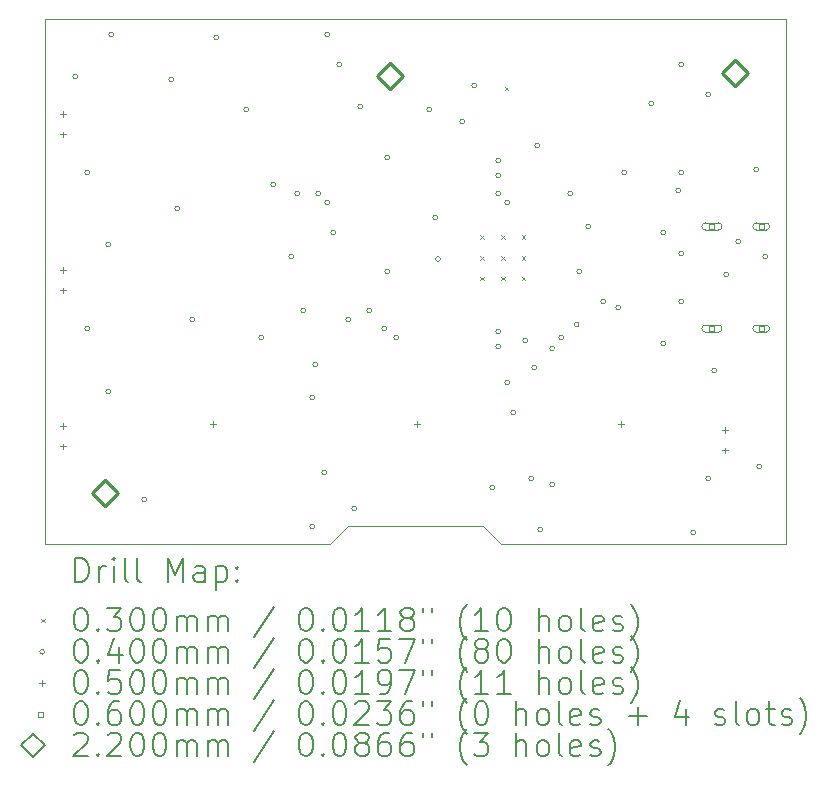
<source format=gbr>
%TF.GenerationSoftware,KiCad,Pcbnew,7.0.9*%
%TF.CreationDate,2023-12-20T20:28:44+02:00*%
%TF.ProjectId,DRM_Watch_V3,44524d5f-5761-4746-9368-5f56332e6b69,rev?*%
%TF.SameCoordinates,Original*%
%TF.FileFunction,Drillmap*%
%TF.FilePolarity,Positive*%
%FSLAX45Y45*%
G04 Gerber Fmt 4.5, Leading zero omitted, Abs format (unit mm)*
G04 Created by KiCad (PCBNEW 7.0.9) date 2023-12-20 20:28:44*
%MOMM*%
%LPD*%
G01*
G04 APERTURE LIST*
%ADD10C,0.100000*%
%ADD11C,0.200000*%
%ADD12C,0.220000*%
G04 APERTURE END LIST*
D10*
X12877800Y-8763000D02*
X10464800Y-8763000D01*
X6604000Y-4318000D02*
X12877800Y-4318000D01*
X10312400Y-8610600D02*
X9169400Y-8610600D01*
X10464800Y-8763000D02*
X10312400Y-8610600D01*
X9017000Y-8763000D02*
X9169400Y-8610600D01*
X6604000Y-8763000D02*
X9017000Y-8763000D01*
X12877800Y-4318000D02*
X12877800Y-8763000D01*
X6604000Y-4318000D02*
X6604000Y-8763000D01*
D11*
D10*
X10288900Y-6145900D02*
X10318900Y-6175900D01*
X10318900Y-6145900D02*
X10288900Y-6175900D01*
X10288900Y-6320900D02*
X10318900Y-6350900D01*
X10318900Y-6320900D02*
X10288900Y-6350900D01*
X10288900Y-6495900D02*
X10318900Y-6525900D01*
X10318900Y-6495900D02*
X10288900Y-6525900D01*
X10463900Y-6145900D02*
X10493900Y-6175900D01*
X10493900Y-6145900D02*
X10463900Y-6175900D01*
X10463900Y-6320900D02*
X10493900Y-6350900D01*
X10493900Y-6320900D02*
X10463900Y-6350900D01*
X10463900Y-6495900D02*
X10493900Y-6525900D01*
X10493900Y-6495900D02*
X10463900Y-6525900D01*
X10493800Y-4887200D02*
X10523800Y-4917200D01*
X10523800Y-4887200D02*
X10493800Y-4917200D01*
X10638900Y-6145900D02*
X10668900Y-6175900D01*
X10668900Y-6145900D02*
X10638900Y-6175900D01*
X10638900Y-6320900D02*
X10668900Y-6350900D01*
X10668900Y-6320900D02*
X10638900Y-6350900D01*
X10638900Y-6495900D02*
X10668900Y-6525900D01*
X10668900Y-6495900D02*
X10638900Y-6525900D01*
X6878000Y-4800600D02*
G75*
G03*
X6878000Y-4800600I-20000J0D01*
G01*
X6979600Y-5613400D02*
G75*
G03*
X6979600Y-5613400I-20000J0D01*
G01*
X6979600Y-6934200D02*
G75*
G03*
X6979600Y-6934200I-20000J0D01*
G01*
X7157400Y-6223000D02*
G75*
G03*
X7157400Y-6223000I-20000J0D01*
G01*
X7157400Y-7467600D02*
G75*
G03*
X7157400Y-7467600I-20000J0D01*
G01*
X7182800Y-4445000D02*
G75*
G03*
X7182800Y-4445000I-20000J0D01*
G01*
X7462200Y-8382000D02*
G75*
G03*
X7462200Y-8382000I-20000J0D01*
G01*
X7690800Y-4826000D02*
G75*
G03*
X7690800Y-4826000I-20000J0D01*
G01*
X7741600Y-5918200D02*
G75*
G03*
X7741600Y-5918200I-20000J0D01*
G01*
X7868600Y-6858000D02*
G75*
G03*
X7868600Y-6858000I-20000J0D01*
G01*
X8071800Y-4470400D02*
G75*
G03*
X8071800Y-4470400I-20000J0D01*
G01*
X8325800Y-5080000D02*
G75*
G03*
X8325800Y-5080000I-20000J0D01*
G01*
X8452800Y-7010400D02*
G75*
G03*
X8452800Y-7010400I-20000J0D01*
G01*
X8554400Y-5715000D02*
G75*
G03*
X8554400Y-5715000I-20000J0D01*
G01*
X8706800Y-6324600D02*
G75*
G03*
X8706800Y-6324600I-20000J0D01*
G01*
X8757600Y-5791200D02*
G75*
G03*
X8757600Y-5791200I-20000J0D01*
G01*
X8808400Y-6781800D02*
G75*
G03*
X8808400Y-6781800I-20000J0D01*
G01*
X8884600Y-7518400D02*
G75*
G03*
X8884600Y-7518400I-20000J0D01*
G01*
X8884600Y-8610600D02*
G75*
G03*
X8884600Y-8610600I-20000J0D01*
G01*
X8910000Y-7239000D02*
G75*
G03*
X8910000Y-7239000I-20000J0D01*
G01*
X8935400Y-5791200D02*
G75*
G03*
X8935400Y-5791200I-20000J0D01*
G01*
X8986200Y-8153400D02*
G75*
G03*
X8986200Y-8153400I-20000J0D01*
G01*
X9011600Y-4445000D02*
G75*
G03*
X9011600Y-4445000I-20000J0D01*
G01*
X9011600Y-5867400D02*
G75*
G03*
X9011600Y-5867400I-20000J0D01*
G01*
X9062400Y-6121400D02*
G75*
G03*
X9062400Y-6121400I-20000J0D01*
G01*
X9113200Y-4699000D02*
G75*
G03*
X9113200Y-4699000I-20000J0D01*
G01*
X9189401Y-6858000D02*
G75*
G03*
X9189401Y-6858000I-20000J0D01*
G01*
X9240200Y-8458200D02*
G75*
G03*
X9240200Y-8458200I-20000J0D01*
G01*
X9291000Y-5054600D02*
G75*
G03*
X9291000Y-5054600I-20000J0D01*
G01*
X9367200Y-6781800D02*
G75*
G03*
X9367200Y-6781800I-20000J0D01*
G01*
X9494200Y-6934200D02*
G75*
G03*
X9494200Y-6934200I-20000J0D01*
G01*
X9519600Y-5486400D02*
G75*
G03*
X9519600Y-5486400I-20000J0D01*
G01*
X9519600Y-6451600D02*
G75*
G03*
X9519600Y-6451600I-20000J0D01*
G01*
X9595800Y-7010400D02*
G75*
G03*
X9595800Y-7010400I-20000J0D01*
G01*
X9875200Y-5080000D02*
G75*
G03*
X9875200Y-5080000I-20000J0D01*
G01*
X9926000Y-5994400D02*
G75*
G03*
X9926000Y-5994400I-20000J0D01*
G01*
X9951400Y-6347200D02*
G75*
G03*
X9951400Y-6347200I-20000J0D01*
G01*
X10154600Y-5181600D02*
G75*
G03*
X10154600Y-5181600I-20000J0D01*
G01*
X10256200Y-4876800D02*
G75*
G03*
X10256200Y-4876800I-20000J0D01*
G01*
X10408600Y-8280400D02*
G75*
G03*
X10408600Y-8280400I-20000J0D01*
G01*
X10459399Y-5638800D02*
G75*
G03*
X10459399Y-5638800I-20000J0D01*
G01*
X10459400Y-5511800D02*
G75*
G03*
X10459400Y-5511800I-20000J0D01*
G01*
X10459400Y-5791200D02*
G75*
G03*
X10459400Y-5791200I-20000J0D01*
G01*
X10459400Y-6959600D02*
G75*
G03*
X10459400Y-6959600I-20000J0D01*
G01*
X10459400Y-7086600D02*
G75*
G03*
X10459400Y-7086600I-20000J0D01*
G01*
X10535600Y-5867400D02*
G75*
G03*
X10535600Y-5867400I-20000J0D01*
G01*
X10535600Y-7391400D02*
G75*
G03*
X10535600Y-7391400I-20000J0D01*
G01*
X10586400Y-7645400D02*
G75*
G03*
X10586400Y-7645400I-20000J0D01*
G01*
X10688000Y-7035800D02*
G75*
G03*
X10688000Y-7035800I-20000J0D01*
G01*
X10738800Y-8204200D02*
G75*
G03*
X10738800Y-8204200I-20000J0D01*
G01*
X10764200Y-7264400D02*
G75*
G03*
X10764200Y-7264400I-20000J0D01*
G01*
X10789600Y-5384800D02*
G75*
G03*
X10789600Y-5384800I-20000J0D01*
G01*
X10815000Y-8636000D02*
G75*
G03*
X10815000Y-8636000I-20000J0D01*
G01*
X10916600Y-7103300D02*
G75*
G03*
X10916600Y-7103300I-20000J0D01*
G01*
X10916600Y-8255000D02*
G75*
G03*
X10916600Y-8255000I-20000J0D01*
G01*
X10992800Y-7010400D02*
G75*
G03*
X10992800Y-7010400I-20000J0D01*
G01*
X11069000Y-5791200D02*
G75*
G03*
X11069000Y-5791200I-20000J0D01*
G01*
X11124587Y-6900100D02*
G75*
G03*
X11124587Y-6900100I-20000J0D01*
G01*
X11145200Y-6451600D02*
G75*
G03*
X11145200Y-6451600I-20000J0D01*
G01*
X11221400Y-6070600D02*
G75*
G03*
X11221400Y-6070600I-20000J0D01*
G01*
X11348400Y-6705600D02*
G75*
G03*
X11348400Y-6705600I-20000J0D01*
G01*
X11475400Y-6756400D02*
G75*
G03*
X11475400Y-6756400I-20000J0D01*
G01*
X11526200Y-5613400D02*
G75*
G03*
X11526200Y-5613400I-20000J0D01*
G01*
X11754800Y-5029200D02*
G75*
G03*
X11754800Y-5029200I-20000J0D01*
G01*
X11856400Y-6121400D02*
G75*
G03*
X11856400Y-6121400I-20000J0D01*
G01*
X11856400Y-7061200D02*
G75*
G03*
X11856400Y-7061200I-20000J0D01*
G01*
X11983400Y-5765800D02*
G75*
G03*
X11983400Y-5765800I-20000J0D01*
G01*
X12008800Y-4699000D02*
G75*
G03*
X12008800Y-4699000I-20000J0D01*
G01*
X12008800Y-5613400D02*
G75*
G03*
X12008800Y-5613400I-20000J0D01*
G01*
X12008800Y-6299200D02*
G75*
G03*
X12008800Y-6299200I-20000J0D01*
G01*
X12008800Y-6705602D02*
G75*
G03*
X12008800Y-6705602I-20000J0D01*
G01*
X12110400Y-8661400D02*
G75*
G03*
X12110400Y-8661400I-20000J0D01*
G01*
X12237400Y-4953000D02*
G75*
G03*
X12237400Y-4953000I-20000J0D01*
G01*
X12237400Y-8204200D02*
G75*
G03*
X12237400Y-8204200I-20000J0D01*
G01*
X12288200Y-7289800D02*
G75*
G03*
X12288200Y-7289800I-20000J0D01*
G01*
X12389800Y-6477000D02*
G75*
G03*
X12389800Y-6477000I-20000J0D01*
G01*
X12491400Y-6197600D02*
G75*
G03*
X12491400Y-6197600I-20000J0D01*
G01*
X12643800Y-5588000D02*
G75*
G03*
X12643800Y-5588000I-20000J0D01*
G01*
X12669200Y-8102600D02*
G75*
G03*
X12669200Y-8102600I-20000J0D01*
G01*
X12720000Y-6324600D02*
G75*
G03*
X12720000Y-6324600I-20000J0D01*
G01*
X6751800Y-5097000D02*
X6751800Y-5147000D01*
X6726800Y-5122000D02*
X6776800Y-5122000D01*
X6751800Y-5267000D02*
X6751800Y-5317000D01*
X6726800Y-5292000D02*
X6776800Y-5292000D01*
X6751800Y-6417800D02*
X6751800Y-6467800D01*
X6726800Y-6442800D02*
X6776800Y-6442800D01*
X6751800Y-6587800D02*
X6751800Y-6637800D01*
X6726800Y-6612800D02*
X6776800Y-6612800D01*
X6751800Y-7738600D02*
X6751800Y-7788600D01*
X6726800Y-7763600D02*
X6776800Y-7763600D01*
X6751800Y-7908600D02*
X6751800Y-7958600D01*
X6726800Y-7933600D02*
X6776800Y-7933600D01*
X8026400Y-7722000D02*
X8026400Y-7772000D01*
X8001400Y-7747000D02*
X8051400Y-7747000D01*
X9753600Y-7722000D02*
X9753600Y-7772000D01*
X9728600Y-7747000D02*
X9778600Y-7747000D01*
X11480800Y-7722000D02*
X11480800Y-7772000D01*
X11455800Y-7747000D02*
X11505800Y-7747000D01*
X12363700Y-7772800D02*
X12363700Y-7822800D01*
X12338700Y-7797800D02*
X12388700Y-7797800D01*
X12363700Y-7942800D02*
X12363700Y-7992800D01*
X12338700Y-7967800D02*
X12388700Y-7967800D01*
X12271213Y-6091813D02*
X12271213Y-6049387D01*
X12228787Y-6049387D01*
X12228787Y-6091813D01*
X12271213Y-6091813D01*
X12195000Y-6100600D02*
X12305000Y-6100600D01*
X12305000Y-6100600D02*
G75*
G03*
X12305000Y-6040600I0J30000D01*
G01*
X12305000Y-6040600D02*
X12195000Y-6040600D01*
X12195000Y-6040600D02*
G75*
G03*
X12195000Y-6100600I0J-30000D01*
G01*
X12271213Y-6956813D02*
X12271213Y-6914387D01*
X12228787Y-6914387D01*
X12228787Y-6956813D01*
X12271213Y-6956813D01*
X12195000Y-6965600D02*
X12305000Y-6965600D01*
X12305000Y-6965600D02*
G75*
G03*
X12305000Y-6905600I0J30000D01*
G01*
X12305000Y-6905600D02*
X12195000Y-6905600D01*
X12195000Y-6905600D02*
G75*
G03*
X12195000Y-6965600I0J-30000D01*
G01*
X12688213Y-6091813D02*
X12688213Y-6049387D01*
X12645787Y-6049387D01*
X12645787Y-6091813D01*
X12688213Y-6091813D01*
X12627000Y-6100600D02*
X12707000Y-6100600D01*
X12707000Y-6100600D02*
G75*
G03*
X12707000Y-6040600I0J30000D01*
G01*
X12707000Y-6040600D02*
X12627000Y-6040600D01*
X12627000Y-6040600D02*
G75*
G03*
X12627000Y-6100600I0J-30000D01*
G01*
X12688213Y-6956813D02*
X12688213Y-6914387D01*
X12645787Y-6914387D01*
X12645787Y-6956813D01*
X12688213Y-6956813D01*
X12627000Y-6965600D02*
X12707000Y-6965600D01*
X12707000Y-6965600D02*
G75*
G03*
X12707000Y-6905600I0J30000D01*
G01*
X12707000Y-6905600D02*
X12627000Y-6905600D01*
X12627000Y-6905600D02*
G75*
G03*
X12627000Y-6965600I0J-30000D01*
G01*
D12*
X7112000Y-8441200D02*
X7222000Y-8331200D01*
X7112000Y-8221200D01*
X7002000Y-8331200D01*
X7112000Y-8441200D01*
X9525000Y-4910600D02*
X9635000Y-4800600D01*
X9525000Y-4690600D01*
X9415000Y-4800600D01*
X9525000Y-4910600D01*
X12446000Y-4885200D02*
X12556000Y-4775200D01*
X12446000Y-4665200D01*
X12336000Y-4775200D01*
X12446000Y-4885200D01*
D11*
X6859777Y-9079484D02*
X6859777Y-8879484D01*
X6859777Y-8879484D02*
X6907396Y-8879484D01*
X6907396Y-8879484D02*
X6935967Y-8889008D01*
X6935967Y-8889008D02*
X6955015Y-8908055D01*
X6955015Y-8908055D02*
X6964539Y-8927103D01*
X6964539Y-8927103D02*
X6974062Y-8965198D01*
X6974062Y-8965198D02*
X6974062Y-8993770D01*
X6974062Y-8993770D02*
X6964539Y-9031865D01*
X6964539Y-9031865D02*
X6955015Y-9050912D01*
X6955015Y-9050912D02*
X6935967Y-9069960D01*
X6935967Y-9069960D02*
X6907396Y-9079484D01*
X6907396Y-9079484D02*
X6859777Y-9079484D01*
X7059777Y-9079484D02*
X7059777Y-8946150D01*
X7059777Y-8984246D02*
X7069301Y-8965198D01*
X7069301Y-8965198D02*
X7078824Y-8955674D01*
X7078824Y-8955674D02*
X7097872Y-8946150D01*
X7097872Y-8946150D02*
X7116920Y-8946150D01*
X7183586Y-9079484D02*
X7183586Y-8946150D01*
X7183586Y-8879484D02*
X7174062Y-8889008D01*
X7174062Y-8889008D02*
X7183586Y-8898531D01*
X7183586Y-8898531D02*
X7193110Y-8889008D01*
X7193110Y-8889008D02*
X7183586Y-8879484D01*
X7183586Y-8879484D02*
X7183586Y-8898531D01*
X7307396Y-9079484D02*
X7288348Y-9069960D01*
X7288348Y-9069960D02*
X7278824Y-9050912D01*
X7278824Y-9050912D02*
X7278824Y-8879484D01*
X7412158Y-9079484D02*
X7393110Y-9069960D01*
X7393110Y-9069960D02*
X7383586Y-9050912D01*
X7383586Y-9050912D02*
X7383586Y-8879484D01*
X7640729Y-9079484D02*
X7640729Y-8879484D01*
X7640729Y-8879484D02*
X7707396Y-9022341D01*
X7707396Y-9022341D02*
X7774062Y-8879484D01*
X7774062Y-8879484D02*
X7774062Y-9079484D01*
X7955015Y-9079484D02*
X7955015Y-8974722D01*
X7955015Y-8974722D02*
X7945491Y-8955674D01*
X7945491Y-8955674D02*
X7926443Y-8946150D01*
X7926443Y-8946150D02*
X7888348Y-8946150D01*
X7888348Y-8946150D02*
X7869301Y-8955674D01*
X7955015Y-9069960D02*
X7935967Y-9079484D01*
X7935967Y-9079484D02*
X7888348Y-9079484D01*
X7888348Y-9079484D02*
X7869301Y-9069960D01*
X7869301Y-9069960D02*
X7859777Y-9050912D01*
X7859777Y-9050912D02*
X7859777Y-9031865D01*
X7859777Y-9031865D02*
X7869301Y-9012817D01*
X7869301Y-9012817D02*
X7888348Y-9003293D01*
X7888348Y-9003293D02*
X7935967Y-9003293D01*
X7935967Y-9003293D02*
X7955015Y-8993770D01*
X8050253Y-8946150D02*
X8050253Y-9146150D01*
X8050253Y-8955674D02*
X8069301Y-8946150D01*
X8069301Y-8946150D02*
X8107396Y-8946150D01*
X8107396Y-8946150D02*
X8126443Y-8955674D01*
X8126443Y-8955674D02*
X8135967Y-8965198D01*
X8135967Y-8965198D02*
X8145491Y-8984246D01*
X8145491Y-8984246D02*
X8145491Y-9041389D01*
X8145491Y-9041389D02*
X8135967Y-9060436D01*
X8135967Y-9060436D02*
X8126443Y-9069960D01*
X8126443Y-9069960D02*
X8107396Y-9079484D01*
X8107396Y-9079484D02*
X8069301Y-9079484D01*
X8069301Y-9079484D02*
X8050253Y-9069960D01*
X8231205Y-9060436D02*
X8240729Y-9069960D01*
X8240729Y-9069960D02*
X8231205Y-9079484D01*
X8231205Y-9079484D02*
X8221682Y-9069960D01*
X8221682Y-9069960D02*
X8231205Y-9060436D01*
X8231205Y-9060436D02*
X8231205Y-9079484D01*
X8231205Y-8955674D02*
X8240729Y-8965198D01*
X8240729Y-8965198D02*
X8231205Y-8974722D01*
X8231205Y-8974722D02*
X8221682Y-8965198D01*
X8221682Y-8965198D02*
X8231205Y-8955674D01*
X8231205Y-8955674D02*
X8231205Y-8974722D01*
D10*
X6569000Y-9393000D02*
X6599000Y-9423000D01*
X6599000Y-9393000D02*
X6569000Y-9423000D01*
D11*
X6897872Y-9299484D02*
X6916920Y-9299484D01*
X6916920Y-9299484D02*
X6935967Y-9309008D01*
X6935967Y-9309008D02*
X6945491Y-9318531D01*
X6945491Y-9318531D02*
X6955015Y-9337579D01*
X6955015Y-9337579D02*
X6964539Y-9375674D01*
X6964539Y-9375674D02*
X6964539Y-9423293D01*
X6964539Y-9423293D02*
X6955015Y-9461389D01*
X6955015Y-9461389D02*
X6945491Y-9480436D01*
X6945491Y-9480436D02*
X6935967Y-9489960D01*
X6935967Y-9489960D02*
X6916920Y-9499484D01*
X6916920Y-9499484D02*
X6897872Y-9499484D01*
X6897872Y-9499484D02*
X6878824Y-9489960D01*
X6878824Y-9489960D02*
X6869301Y-9480436D01*
X6869301Y-9480436D02*
X6859777Y-9461389D01*
X6859777Y-9461389D02*
X6850253Y-9423293D01*
X6850253Y-9423293D02*
X6850253Y-9375674D01*
X6850253Y-9375674D02*
X6859777Y-9337579D01*
X6859777Y-9337579D02*
X6869301Y-9318531D01*
X6869301Y-9318531D02*
X6878824Y-9309008D01*
X6878824Y-9309008D02*
X6897872Y-9299484D01*
X7050253Y-9480436D02*
X7059777Y-9489960D01*
X7059777Y-9489960D02*
X7050253Y-9499484D01*
X7050253Y-9499484D02*
X7040729Y-9489960D01*
X7040729Y-9489960D02*
X7050253Y-9480436D01*
X7050253Y-9480436D02*
X7050253Y-9499484D01*
X7126443Y-9299484D02*
X7250253Y-9299484D01*
X7250253Y-9299484D02*
X7183586Y-9375674D01*
X7183586Y-9375674D02*
X7212158Y-9375674D01*
X7212158Y-9375674D02*
X7231205Y-9385198D01*
X7231205Y-9385198D02*
X7240729Y-9394722D01*
X7240729Y-9394722D02*
X7250253Y-9413770D01*
X7250253Y-9413770D02*
X7250253Y-9461389D01*
X7250253Y-9461389D02*
X7240729Y-9480436D01*
X7240729Y-9480436D02*
X7231205Y-9489960D01*
X7231205Y-9489960D02*
X7212158Y-9499484D01*
X7212158Y-9499484D02*
X7155015Y-9499484D01*
X7155015Y-9499484D02*
X7135967Y-9489960D01*
X7135967Y-9489960D02*
X7126443Y-9480436D01*
X7374062Y-9299484D02*
X7393110Y-9299484D01*
X7393110Y-9299484D02*
X7412158Y-9309008D01*
X7412158Y-9309008D02*
X7421682Y-9318531D01*
X7421682Y-9318531D02*
X7431205Y-9337579D01*
X7431205Y-9337579D02*
X7440729Y-9375674D01*
X7440729Y-9375674D02*
X7440729Y-9423293D01*
X7440729Y-9423293D02*
X7431205Y-9461389D01*
X7431205Y-9461389D02*
X7421682Y-9480436D01*
X7421682Y-9480436D02*
X7412158Y-9489960D01*
X7412158Y-9489960D02*
X7393110Y-9499484D01*
X7393110Y-9499484D02*
X7374062Y-9499484D01*
X7374062Y-9499484D02*
X7355015Y-9489960D01*
X7355015Y-9489960D02*
X7345491Y-9480436D01*
X7345491Y-9480436D02*
X7335967Y-9461389D01*
X7335967Y-9461389D02*
X7326443Y-9423293D01*
X7326443Y-9423293D02*
X7326443Y-9375674D01*
X7326443Y-9375674D02*
X7335967Y-9337579D01*
X7335967Y-9337579D02*
X7345491Y-9318531D01*
X7345491Y-9318531D02*
X7355015Y-9309008D01*
X7355015Y-9309008D02*
X7374062Y-9299484D01*
X7564539Y-9299484D02*
X7583586Y-9299484D01*
X7583586Y-9299484D02*
X7602634Y-9309008D01*
X7602634Y-9309008D02*
X7612158Y-9318531D01*
X7612158Y-9318531D02*
X7621682Y-9337579D01*
X7621682Y-9337579D02*
X7631205Y-9375674D01*
X7631205Y-9375674D02*
X7631205Y-9423293D01*
X7631205Y-9423293D02*
X7621682Y-9461389D01*
X7621682Y-9461389D02*
X7612158Y-9480436D01*
X7612158Y-9480436D02*
X7602634Y-9489960D01*
X7602634Y-9489960D02*
X7583586Y-9499484D01*
X7583586Y-9499484D02*
X7564539Y-9499484D01*
X7564539Y-9499484D02*
X7545491Y-9489960D01*
X7545491Y-9489960D02*
X7535967Y-9480436D01*
X7535967Y-9480436D02*
X7526443Y-9461389D01*
X7526443Y-9461389D02*
X7516920Y-9423293D01*
X7516920Y-9423293D02*
X7516920Y-9375674D01*
X7516920Y-9375674D02*
X7526443Y-9337579D01*
X7526443Y-9337579D02*
X7535967Y-9318531D01*
X7535967Y-9318531D02*
X7545491Y-9309008D01*
X7545491Y-9309008D02*
X7564539Y-9299484D01*
X7716920Y-9499484D02*
X7716920Y-9366150D01*
X7716920Y-9385198D02*
X7726443Y-9375674D01*
X7726443Y-9375674D02*
X7745491Y-9366150D01*
X7745491Y-9366150D02*
X7774063Y-9366150D01*
X7774063Y-9366150D02*
X7793110Y-9375674D01*
X7793110Y-9375674D02*
X7802634Y-9394722D01*
X7802634Y-9394722D02*
X7802634Y-9499484D01*
X7802634Y-9394722D02*
X7812158Y-9375674D01*
X7812158Y-9375674D02*
X7831205Y-9366150D01*
X7831205Y-9366150D02*
X7859777Y-9366150D01*
X7859777Y-9366150D02*
X7878824Y-9375674D01*
X7878824Y-9375674D02*
X7888348Y-9394722D01*
X7888348Y-9394722D02*
X7888348Y-9499484D01*
X7983586Y-9499484D02*
X7983586Y-9366150D01*
X7983586Y-9385198D02*
X7993110Y-9375674D01*
X7993110Y-9375674D02*
X8012158Y-9366150D01*
X8012158Y-9366150D02*
X8040729Y-9366150D01*
X8040729Y-9366150D02*
X8059777Y-9375674D01*
X8059777Y-9375674D02*
X8069301Y-9394722D01*
X8069301Y-9394722D02*
X8069301Y-9499484D01*
X8069301Y-9394722D02*
X8078824Y-9375674D01*
X8078824Y-9375674D02*
X8097872Y-9366150D01*
X8097872Y-9366150D02*
X8126443Y-9366150D01*
X8126443Y-9366150D02*
X8145491Y-9375674D01*
X8145491Y-9375674D02*
X8155015Y-9394722D01*
X8155015Y-9394722D02*
X8155015Y-9499484D01*
X8545491Y-9289960D02*
X8374063Y-9547103D01*
X8802634Y-9299484D02*
X8821682Y-9299484D01*
X8821682Y-9299484D02*
X8840729Y-9309008D01*
X8840729Y-9309008D02*
X8850253Y-9318531D01*
X8850253Y-9318531D02*
X8859777Y-9337579D01*
X8859777Y-9337579D02*
X8869301Y-9375674D01*
X8869301Y-9375674D02*
X8869301Y-9423293D01*
X8869301Y-9423293D02*
X8859777Y-9461389D01*
X8859777Y-9461389D02*
X8850253Y-9480436D01*
X8850253Y-9480436D02*
X8840729Y-9489960D01*
X8840729Y-9489960D02*
X8821682Y-9499484D01*
X8821682Y-9499484D02*
X8802634Y-9499484D01*
X8802634Y-9499484D02*
X8783587Y-9489960D01*
X8783587Y-9489960D02*
X8774063Y-9480436D01*
X8774063Y-9480436D02*
X8764539Y-9461389D01*
X8764539Y-9461389D02*
X8755015Y-9423293D01*
X8755015Y-9423293D02*
X8755015Y-9375674D01*
X8755015Y-9375674D02*
X8764539Y-9337579D01*
X8764539Y-9337579D02*
X8774063Y-9318531D01*
X8774063Y-9318531D02*
X8783587Y-9309008D01*
X8783587Y-9309008D02*
X8802634Y-9299484D01*
X8955015Y-9480436D02*
X8964539Y-9489960D01*
X8964539Y-9489960D02*
X8955015Y-9499484D01*
X8955015Y-9499484D02*
X8945491Y-9489960D01*
X8945491Y-9489960D02*
X8955015Y-9480436D01*
X8955015Y-9480436D02*
X8955015Y-9499484D01*
X9088348Y-9299484D02*
X9107396Y-9299484D01*
X9107396Y-9299484D02*
X9126444Y-9309008D01*
X9126444Y-9309008D02*
X9135968Y-9318531D01*
X9135968Y-9318531D02*
X9145491Y-9337579D01*
X9145491Y-9337579D02*
X9155015Y-9375674D01*
X9155015Y-9375674D02*
X9155015Y-9423293D01*
X9155015Y-9423293D02*
X9145491Y-9461389D01*
X9145491Y-9461389D02*
X9135968Y-9480436D01*
X9135968Y-9480436D02*
X9126444Y-9489960D01*
X9126444Y-9489960D02*
X9107396Y-9499484D01*
X9107396Y-9499484D02*
X9088348Y-9499484D01*
X9088348Y-9499484D02*
X9069301Y-9489960D01*
X9069301Y-9489960D02*
X9059777Y-9480436D01*
X9059777Y-9480436D02*
X9050253Y-9461389D01*
X9050253Y-9461389D02*
X9040729Y-9423293D01*
X9040729Y-9423293D02*
X9040729Y-9375674D01*
X9040729Y-9375674D02*
X9050253Y-9337579D01*
X9050253Y-9337579D02*
X9059777Y-9318531D01*
X9059777Y-9318531D02*
X9069301Y-9309008D01*
X9069301Y-9309008D02*
X9088348Y-9299484D01*
X9345491Y-9499484D02*
X9231206Y-9499484D01*
X9288348Y-9499484D02*
X9288348Y-9299484D01*
X9288348Y-9299484D02*
X9269301Y-9328055D01*
X9269301Y-9328055D02*
X9250253Y-9347103D01*
X9250253Y-9347103D02*
X9231206Y-9356627D01*
X9535968Y-9499484D02*
X9421682Y-9499484D01*
X9478825Y-9499484D02*
X9478825Y-9299484D01*
X9478825Y-9299484D02*
X9459777Y-9328055D01*
X9459777Y-9328055D02*
X9440729Y-9347103D01*
X9440729Y-9347103D02*
X9421682Y-9356627D01*
X9650253Y-9385198D02*
X9631206Y-9375674D01*
X9631206Y-9375674D02*
X9621682Y-9366150D01*
X9621682Y-9366150D02*
X9612158Y-9347103D01*
X9612158Y-9347103D02*
X9612158Y-9337579D01*
X9612158Y-9337579D02*
X9621682Y-9318531D01*
X9621682Y-9318531D02*
X9631206Y-9309008D01*
X9631206Y-9309008D02*
X9650253Y-9299484D01*
X9650253Y-9299484D02*
X9688349Y-9299484D01*
X9688349Y-9299484D02*
X9707396Y-9309008D01*
X9707396Y-9309008D02*
X9716920Y-9318531D01*
X9716920Y-9318531D02*
X9726444Y-9337579D01*
X9726444Y-9337579D02*
X9726444Y-9347103D01*
X9726444Y-9347103D02*
X9716920Y-9366150D01*
X9716920Y-9366150D02*
X9707396Y-9375674D01*
X9707396Y-9375674D02*
X9688349Y-9385198D01*
X9688349Y-9385198D02*
X9650253Y-9385198D01*
X9650253Y-9385198D02*
X9631206Y-9394722D01*
X9631206Y-9394722D02*
X9621682Y-9404246D01*
X9621682Y-9404246D02*
X9612158Y-9423293D01*
X9612158Y-9423293D02*
X9612158Y-9461389D01*
X9612158Y-9461389D02*
X9621682Y-9480436D01*
X9621682Y-9480436D02*
X9631206Y-9489960D01*
X9631206Y-9489960D02*
X9650253Y-9499484D01*
X9650253Y-9499484D02*
X9688349Y-9499484D01*
X9688349Y-9499484D02*
X9707396Y-9489960D01*
X9707396Y-9489960D02*
X9716920Y-9480436D01*
X9716920Y-9480436D02*
X9726444Y-9461389D01*
X9726444Y-9461389D02*
X9726444Y-9423293D01*
X9726444Y-9423293D02*
X9716920Y-9404246D01*
X9716920Y-9404246D02*
X9707396Y-9394722D01*
X9707396Y-9394722D02*
X9688349Y-9385198D01*
X9802634Y-9299484D02*
X9802634Y-9337579D01*
X9878825Y-9299484D02*
X9878825Y-9337579D01*
X10174063Y-9575674D02*
X10164539Y-9566150D01*
X10164539Y-9566150D02*
X10145491Y-9537579D01*
X10145491Y-9537579D02*
X10135968Y-9518531D01*
X10135968Y-9518531D02*
X10126444Y-9489960D01*
X10126444Y-9489960D02*
X10116920Y-9442341D01*
X10116920Y-9442341D02*
X10116920Y-9404246D01*
X10116920Y-9404246D02*
X10126444Y-9356627D01*
X10126444Y-9356627D02*
X10135968Y-9328055D01*
X10135968Y-9328055D02*
X10145491Y-9309008D01*
X10145491Y-9309008D02*
X10164539Y-9280436D01*
X10164539Y-9280436D02*
X10174063Y-9270912D01*
X10355015Y-9499484D02*
X10240730Y-9499484D01*
X10297872Y-9499484D02*
X10297872Y-9299484D01*
X10297872Y-9299484D02*
X10278825Y-9328055D01*
X10278825Y-9328055D02*
X10259777Y-9347103D01*
X10259777Y-9347103D02*
X10240730Y-9356627D01*
X10478825Y-9299484D02*
X10497872Y-9299484D01*
X10497872Y-9299484D02*
X10516920Y-9309008D01*
X10516920Y-9309008D02*
X10526444Y-9318531D01*
X10526444Y-9318531D02*
X10535968Y-9337579D01*
X10535968Y-9337579D02*
X10545491Y-9375674D01*
X10545491Y-9375674D02*
X10545491Y-9423293D01*
X10545491Y-9423293D02*
X10535968Y-9461389D01*
X10535968Y-9461389D02*
X10526444Y-9480436D01*
X10526444Y-9480436D02*
X10516920Y-9489960D01*
X10516920Y-9489960D02*
X10497872Y-9499484D01*
X10497872Y-9499484D02*
X10478825Y-9499484D01*
X10478825Y-9499484D02*
X10459777Y-9489960D01*
X10459777Y-9489960D02*
X10450253Y-9480436D01*
X10450253Y-9480436D02*
X10440730Y-9461389D01*
X10440730Y-9461389D02*
X10431206Y-9423293D01*
X10431206Y-9423293D02*
X10431206Y-9375674D01*
X10431206Y-9375674D02*
X10440730Y-9337579D01*
X10440730Y-9337579D02*
X10450253Y-9318531D01*
X10450253Y-9318531D02*
X10459777Y-9309008D01*
X10459777Y-9309008D02*
X10478825Y-9299484D01*
X10783587Y-9499484D02*
X10783587Y-9299484D01*
X10869301Y-9499484D02*
X10869301Y-9394722D01*
X10869301Y-9394722D02*
X10859777Y-9375674D01*
X10859777Y-9375674D02*
X10840730Y-9366150D01*
X10840730Y-9366150D02*
X10812158Y-9366150D01*
X10812158Y-9366150D02*
X10793111Y-9375674D01*
X10793111Y-9375674D02*
X10783587Y-9385198D01*
X10993111Y-9499484D02*
X10974063Y-9489960D01*
X10974063Y-9489960D02*
X10964539Y-9480436D01*
X10964539Y-9480436D02*
X10955015Y-9461389D01*
X10955015Y-9461389D02*
X10955015Y-9404246D01*
X10955015Y-9404246D02*
X10964539Y-9385198D01*
X10964539Y-9385198D02*
X10974063Y-9375674D01*
X10974063Y-9375674D02*
X10993111Y-9366150D01*
X10993111Y-9366150D02*
X11021682Y-9366150D01*
X11021682Y-9366150D02*
X11040730Y-9375674D01*
X11040730Y-9375674D02*
X11050253Y-9385198D01*
X11050253Y-9385198D02*
X11059777Y-9404246D01*
X11059777Y-9404246D02*
X11059777Y-9461389D01*
X11059777Y-9461389D02*
X11050253Y-9480436D01*
X11050253Y-9480436D02*
X11040730Y-9489960D01*
X11040730Y-9489960D02*
X11021682Y-9499484D01*
X11021682Y-9499484D02*
X10993111Y-9499484D01*
X11174063Y-9499484D02*
X11155015Y-9489960D01*
X11155015Y-9489960D02*
X11145492Y-9470912D01*
X11145492Y-9470912D02*
X11145492Y-9299484D01*
X11326444Y-9489960D02*
X11307396Y-9499484D01*
X11307396Y-9499484D02*
X11269301Y-9499484D01*
X11269301Y-9499484D02*
X11250253Y-9489960D01*
X11250253Y-9489960D02*
X11240730Y-9470912D01*
X11240730Y-9470912D02*
X11240730Y-9394722D01*
X11240730Y-9394722D02*
X11250253Y-9375674D01*
X11250253Y-9375674D02*
X11269301Y-9366150D01*
X11269301Y-9366150D02*
X11307396Y-9366150D01*
X11307396Y-9366150D02*
X11326444Y-9375674D01*
X11326444Y-9375674D02*
X11335968Y-9394722D01*
X11335968Y-9394722D02*
X11335968Y-9413770D01*
X11335968Y-9413770D02*
X11240730Y-9432817D01*
X11412158Y-9489960D02*
X11431206Y-9499484D01*
X11431206Y-9499484D02*
X11469301Y-9499484D01*
X11469301Y-9499484D02*
X11488349Y-9489960D01*
X11488349Y-9489960D02*
X11497872Y-9470912D01*
X11497872Y-9470912D02*
X11497872Y-9461389D01*
X11497872Y-9461389D02*
X11488349Y-9442341D01*
X11488349Y-9442341D02*
X11469301Y-9432817D01*
X11469301Y-9432817D02*
X11440730Y-9432817D01*
X11440730Y-9432817D02*
X11421682Y-9423293D01*
X11421682Y-9423293D02*
X11412158Y-9404246D01*
X11412158Y-9404246D02*
X11412158Y-9394722D01*
X11412158Y-9394722D02*
X11421682Y-9375674D01*
X11421682Y-9375674D02*
X11440730Y-9366150D01*
X11440730Y-9366150D02*
X11469301Y-9366150D01*
X11469301Y-9366150D02*
X11488349Y-9375674D01*
X11564539Y-9575674D02*
X11574063Y-9566150D01*
X11574063Y-9566150D02*
X11593111Y-9537579D01*
X11593111Y-9537579D02*
X11602634Y-9518531D01*
X11602634Y-9518531D02*
X11612158Y-9489960D01*
X11612158Y-9489960D02*
X11621682Y-9442341D01*
X11621682Y-9442341D02*
X11621682Y-9404246D01*
X11621682Y-9404246D02*
X11612158Y-9356627D01*
X11612158Y-9356627D02*
X11602634Y-9328055D01*
X11602634Y-9328055D02*
X11593111Y-9309008D01*
X11593111Y-9309008D02*
X11574063Y-9280436D01*
X11574063Y-9280436D02*
X11564539Y-9270912D01*
D10*
X6599000Y-9672000D02*
G75*
G03*
X6599000Y-9672000I-20000J0D01*
G01*
D11*
X6897872Y-9563484D02*
X6916920Y-9563484D01*
X6916920Y-9563484D02*
X6935967Y-9573008D01*
X6935967Y-9573008D02*
X6945491Y-9582531D01*
X6945491Y-9582531D02*
X6955015Y-9601579D01*
X6955015Y-9601579D02*
X6964539Y-9639674D01*
X6964539Y-9639674D02*
X6964539Y-9687293D01*
X6964539Y-9687293D02*
X6955015Y-9725389D01*
X6955015Y-9725389D02*
X6945491Y-9744436D01*
X6945491Y-9744436D02*
X6935967Y-9753960D01*
X6935967Y-9753960D02*
X6916920Y-9763484D01*
X6916920Y-9763484D02*
X6897872Y-9763484D01*
X6897872Y-9763484D02*
X6878824Y-9753960D01*
X6878824Y-9753960D02*
X6869301Y-9744436D01*
X6869301Y-9744436D02*
X6859777Y-9725389D01*
X6859777Y-9725389D02*
X6850253Y-9687293D01*
X6850253Y-9687293D02*
X6850253Y-9639674D01*
X6850253Y-9639674D02*
X6859777Y-9601579D01*
X6859777Y-9601579D02*
X6869301Y-9582531D01*
X6869301Y-9582531D02*
X6878824Y-9573008D01*
X6878824Y-9573008D02*
X6897872Y-9563484D01*
X7050253Y-9744436D02*
X7059777Y-9753960D01*
X7059777Y-9753960D02*
X7050253Y-9763484D01*
X7050253Y-9763484D02*
X7040729Y-9753960D01*
X7040729Y-9753960D02*
X7050253Y-9744436D01*
X7050253Y-9744436D02*
X7050253Y-9763484D01*
X7231205Y-9630150D02*
X7231205Y-9763484D01*
X7183586Y-9553960D02*
X7135967Y-9696817D01*
X7135967Y-9696817D02*
X7259777Y-9696817D01*
X7374062Y-9563484D02*
X7393110Y-9563484D01*
X7393110Y-9563484D02*
X7412158Y-9573008D01*
X7412158Y-9573008D02*
X7421682Y-9582531D01*
X7421682Y-9582531D02*
X7431205Y-9601579D01*
X7431205Y-9601579D02*
X7440729Y-9639674D01*
X7440729Y-9639674D02*
X7440729Y-9687293D01*
X7440729Y-9687293D02*
X7431205Y-9725389D01*
X7431205Y-9725389D02*
X7421682Y-9744436D01*
X7421682Y-9744436D02*
X7412158Y-9753960D01*
X7412158Y-9753960D02*
X7393110Y-9763484D01*
X7393110Y-9763484D02*
X7374062Y-9763484D01*
X7374062Y-9763484D02*
X7355015Y-9753960D01*
X7355015Y-9753960D02*
X7345491Y-9744436D01*
X7345491Y-9744436D02*
X7335967Y-9725389D01*
X7335967Y-9725389D02*
X7326443Y-9687293D01*
X7326443Y-9687293D02*
X7326443Y-9639674D01*
X7326443Y-9639674D02*
X7335967Y-9601579D01*
X7335967Y-9601579D02*
X7345491Y-9582531D01*
X7345491Y-9582531D02*
X7355015Y-9573008D01*
X7355015Y-9573008D02*
X7374062Y-9563484D01*
X7564539Y-9563484D02*
X7583586Y-9563484D01*
X7583586Y-9563484D02*
X7602634Y-9573008D01*
X7602634Y-9573008D02*
X7612158Y-9582531D01*
X7612158Y-9582531D02*
X7621682Y-9601579D01*
X7621682Y-9601579D02*
X7631205Y-9639674D01*
X7631205Y-9639674D02*
X7631205Y-9687293D01*
X7631205Y-9687293D02*
X7621682Y-9725389D01*
X7621682Y-9725389D02*
X7612158Y-9744436D01*
X7612158Y-9744436D02*
X7602634Y-9753960D01*
X7602634Y-9753960D02*
X7583586Y-9763484D01*
X7583586Y-9763484D02*
X7564539Y-9763484D01*
X7564539Y-9763484D02*
X7545491Y-9753960D01*
X7545491Y-9753960D02*
X7535967Y-9744436D01*
X7535967Y-9744436D02*
X7526443Y-9725389D01*
X7526443Y-9725389D02*
X7516920Y-9687293D01*
X7516920Y-9687293D02*
X7516920Y-9639674D01*
X7516920Y-9639674D02*
X7526443Y-9601579D01*
X7526443Y-9601579D02*
X7535967Y-9582531D01*
X7535967Y-9582531D02*
X7545491Y-9573008D01*
X7545491Y-9573008D02*
X7564539Y-9563484D01*
X7716920Y-9763484D02*
X7716920Y-9630150D01*
X7716920Y-9649198D02*
X7726443Y-9639674D01*
X7726443Y-9639674D02*
X7745491Y-9630150D01*
X7745491Y-9630150D02*
X7774063Y-9630150D01*
X7774063Y-9630150D02*
X7793110Y-9639674D01*
X7793110Y-9639674D02*
X7802634Y-9658722D01*
X7802634Y-9658722D02*
X7802634Y-9763484D01*
X7802634Y-9658722D02*
X7812158Y-9639674D01*
X7812158Y-9639674D02*
X7831205Y-9630150D01*
X7831205Y-9630150D02*
X7859777Y-9630150D01*
X7859777Y-9630150D02*
X7878824Y-9639674D01*
X7878824Y-9639674D02*
X7888348Y-9658722D01*
X7888348Y-9658722D02*
X7888348Y-9763484D01*
X7983586Y-9763484D02*
X7983586Y-9630150D01*
X7983586Y-9649198D02*
X7993110Y-9639674D01*
X7993110Y-9639674D02*
X8012158Y-9630150D01*
X8012158Y-9630150D02*
X8040729Y-9630150D01*
X8040729Y-9630150D02*
X8059777Y-9639674D01*
X8059777Y-9639674D02*
X8069301Y-9658722D01*
X8069301Y-9658722D02*
X8069301Y-9763484D01*
X8069301Y-9658722D02*
X8078824Y-9639674D01*
X8078824Y-9639674D02*
X8097872Y-9630150D01*
X8097872Y-9630150D02*
X8126443Y-9630150D01*
X8126443Y-9630150D02*
X8145491Y-9639674D01*
X8145491Y-9639674D02*
X8155015Y-9658722D01*
X8155015Y-9658722D02*
X8155015Y-9763484D01*
X8545491Y-9553960D02*
X8374063Y-9811103D01*
X8802634Y-9563484D02*
X8821682Y-9563484D01*
X8821682Y-9563484D02*
X8840729Y-9573008D01*
X8840729Y-9573008D02*
X8850253Y-9582531D01*
X8850253Y-9582531D02*
X8859777Y-9601579D01*
X8859777Y-9601579D02*
X8869301Y-9639674D01*
X8869301Y-9639674D02*
X8869301Y-9687293D01*
X8869301Y-9687293D02*
X8859777Y-9725389D01*
X8859777Y-9725389D02*
X8850253Y-9744436D01*
X8850253Y-9744436D02*
X8840729Y-9753960D01*
X8840729Y-9753960D02*
X8821682Y-9763484D01*
X8821682Y-9763484D02*
X8802634Y-9763484D01*
X8802634Y-9763484D02*
X8783587Y-9753960D01*
X8783587Y-9753960D02*
X8774063Y-9744436D01*
X8774063Y-9744436D02*
X8764539Y-9725389D01*
X8764539Y-9725389D02*
X8755015Y-9687293D01*
X8755015Y-9687293D02*
X8755015Y-9639674D01*
X8755015Y-9639674D02*
X8764539Y-9601579D01*
X8764539Y-9601579D02*
X8774063Y-9582531D01*
X8774063Y-9582531D02*
X8783587Y-9573008D01*
X8783587Y-9573008D02*
X8802634Y-9563484D01*
X8955015Y-9744436D02*
X8964539Y-9753960D01*
X8964539Y-9753960D02*
X8955015Y-9763484D01*
X8955015Y-9763484D02*
X8945491Y-9753960D01*
X8945491Y-9753960D02*
X8955015Y-9744436D01*
X8955015Y-9744436D02*
X8955015Y-9763484D01*
X9088348Y-9563484D02*
X9107396Y-9563484D01*
X9107396Y-9563484D02*
X9126444Y-9573008D01*
X9126444Y-9573008D02*
X9135968Y-9582531D01*
X9135968Y-9582531D02*
X9145491Y-9601579D01*
X9145491Y-9601579D02*
X9155015Y-9639674D01*
X9155015Y-9639674D02*
X9155015Y-9687293D01*
X9155015Y-9687293D02*
X9145491Y-9725389D01*
X9145491Y-9725389D02*
X9135968Y-9744436D01*
X9135968Y-9744436D02*
X9126444Y-9753960D01*
X9126444Y-9753960D02*
X9107396Y-9763484D01*
X9107396Y-9763484D02*
X9088348Y-9763484D01*
X9088348Y-9763484D02*
X9069301Y-9753960D01*
X9069301Y-9753960D02*
X9059777Y-9744436D01*
X9059777Y-9744436D02*
X9050253Y-9725389D01*
X9050253Y-9725389D02*
X9040729Y-9687293D01*
X9040729Y-9687293D02*
X9040729Y-9639674D01*
X9040729Y-9639674D02*
X9050253Y-9601579D01*
X9050253Y-9601579D02*
X9059777Y-9582531D01*
X9059777Y-9582531D02*
X9069301Y-9573008D01*
X9069301Y-9573008D02*
X9088348Y-9563484D01*
X9345491Y-9763484D02*
X9231206Y-9763484D01*
X9288348Y-9763484D02*
X9288348Y-9563484D01*
X9288348Y-9563484D02*
X9269301Y-9592055D01*
X9269301Y-9592055D02*
X9250253Y-9611103D01*
X9250253Y-9611103D02*
X9231206Y-9620627D01*
X9526444Y-9563484D02*
X9431206Y-9563484D01*
X9431206Y-9563484D02*
X9421682Y-9658722D01*
X9421682Y-9658722D02*
X9431206Y-9649198D01*
X9431206Y-9649198D02*
X9450253Y-9639674D01*
X9450253Y-9639674D02*
X9497872Y-9639674D01*
X9497872Y-9639674D02*
X9516920Y-9649198D01*
X9516920Y-9649198D02*
X9526444Y-9658722D01*
X9526444Y-9658722D02*
X9535968Y-9677770D01*
X9535968Y-9677770D02*
X9535968Y-9725389D01*
X9535968Y-9725389D02*
X9526444Y-9744436D01*
X9526444Y-9744436D02*
X9516920Y-9753960D01*
X9516920Y-9753960D02*
X9497872Y-9763484D01*
X9497872Y-9763484D02*
X9450253Y-9763484D01*
X9450253Y-9763484D02*
X9431206Y-9753960D01*
X9431206Y-9753960D02*
X9421682Y-9744436D01*
X9602634Y-9563484D02*
X9735968Y-9563484D01*
X9735968Y-9563484D02*
X9650253Y-9763484D01*
X9802634Y-9563484D02*
X9802634Y-9601579D01*
X9878825Y-9563484D02*
X9878825Y-9601579D01*
X10174063Y-9839674D02*
X10164539Y-9830150D01*
X10164539Y-9830150D02*
X10145491Y-9801579D01*
X10145491Y-9801579D02*
X10135968Y-9782531D01*
X10135968Y-9782531D02*
X10126444Y-9753960D01*
X10126444Y-9753960D02*
X10116920Y-9706341D01*
X10116920Y-9706341D02*
X10116920Y-9668246D01*
X10116920Y-9668246D02*
X10126444Y-9620627D01*
X10126444Y-9620627D02*
X10135968Y-9592055D01*
X10135968Y-9592055D02*
X10145491Y-9573008D01*
X10145491Y-9573008D02*
X10164539Y-9544436D01*
X10164539Y-9544436D02*
X10174063Y-9534912D01*
X10278825Y-9649198D02*
X10259777Y-9639674D01*
X10259777Y-9639674D02*
X10250253Y-9630150D01*
X10250253Y-9630150D02*
X10240730Y-9611103D01*
X10240730Y-9611103D02*
X10240730Y-9601579D01*
X10240730Y-9601579D02*
X10250253Y-9582531D01*
X10250253Y-9582531D02*
X10259777Y-9573008D01*
X10259777Y-9573008D02*
X10278825Y-9563484D01*
X10278825Y-9563484D02*
X10316920Y-9563484D01*
X10316920Y-9563484D02*
X10335968Y-9573008D01*
X10335968Y-9573008D02*
X10345491Y-9582531D01*
X10345491Y-9582531D02*
X10355015Y-9601579D01*
X10355015Y-9601579D02*
X10355015Y-9611103D01*
X10355015Y-9611103D02*
X10345491Y-9630150D01*
X10345491Y-9630150D02*
X10335968Y-9639674D01*
X10335968Y-9639674D02*
X10316920Y-9649198D01*
X10316920Y-9649198D02*
X10278825Y-9649198D01*
X10278825Y-9649198D02*
X10259777Y-9658722D01*
X10259777Y-9658722D02*
X10250253Y-9668246D01*
X10250253Y-9668246D02*
X10240730Y-9687293D01*
X10240730Y-9687293D02*
X10240730Y-9725389D01*
X10240730Y-9725389D02*
X10250253Y-9744436D01*
X10250253Y-9744436D02*
X10259777Y-9753960D01*
X10259777Y-9753960D02*
X10278825Y-9763484D01*
X10278825Y-9763484D02*
X10316920Y-9763484D01*
X10316920Y-9763484D02*
X10335968Y-9753960D01*
X10335968Y-9753960D02*
X10345491Y-9744436D01*
X10345491Y-9744436D02*
X10355015Y-9725389D01*
X10355015Y-9725389D02*
X10355015Y-9687293D01*
X10355015Y-9687293D02*
X10345491Y-9668246D01*
X10345491Y-9668246D02*
X10335968Y-9658722D01*
X10335968Y-9658722D02*
X10316920Y-9649198D01*
X10478825Y-9563484D02*
X10497872Y-9563484D01*
X10497872Y-9563484D02*
X10516920Y-9573008D01*
X10516920Y-9573008D02*
X10526444Y-9582531D01*
X10526444Y-9582531D02*
X10535968Y-9601579D01*
X10535968Y-9601579D02*
X10545491Y-9639674D01*
X10545491Y-9639674D02*
X10545491Y-9687293D01*
X10545491Y-9687293D02*
X10535968Y-9725389D01*
X10535968Y-9725389D02*
X10526444Y-9744436D01*
X10526444Y-9744436D02*
X10516920Y-9753960D01*
X10516920Y-9753960D02*
X10497872Y-9763484D01*
X10497872Y-9763484D02*
X10478825Y-9763484D01*
X10478825Y-9763484D02*
X10459777Y-9753960D01*
X10459777Y-9753960D02*
X10450253Y-9744436D01*
X10450253Y-9744436D02*
X10440730Y-9725389D01*
X10440730Y-9725389D02*
X10431206Y-9687293D01*
X10431206Y-9687293D02*
X10431206Y-9639674D01*
X10431206Y-9639674D02*
X10440730Y-9601579D01*
X10440730Y-9601579D02*
X10450253Y-9582531D01*
X10450253Y-9582531D02*
X10459777Y-9573008D01*
X10459777Y-9573008D02*
X10478825Y-9563484D01*
X10783587Y-9763484D02*
X10783587Y-9563484D01*
X10869301Y-9763484D02*
X10869301Y-9658722D01*
X10869301Y-9658722D02*
X10859777Y-9639674D01*
X10859777Y-9639674D02*
X10840730Y-9630150D01*
X10840730Y-9630150D02*
X10812158Y-9630150D01*
X10812158Y-9630150D02*
X10793111Y-9639674D01*
X10793111Y-9639674D02*
X10783587Y-9649198D01*
X10993111Y-9763484D02*
X10974063Y-9753960D01*
X10974063Y-9753960D02*
X10964539Y-9744436D01*
X10964539Y-9744436D02*
X10955015Y-9725389D01*
X10955015Y-9725389D02*
X10955015Y-9668246D01*
X10955015Y-9668246D02*
X10964539Y-9649198D01*
X10964539Y-9649198D02*
X10974063Y-9639674D01*
X10974063Y-9639674D02*
X10993111Y-9630150D01*
X10993111Y-9630150D02*
X11021682Y-9630150D01*
X11021682Y-9630150D02*
X11040730Y-9639674D01*
X11040730Y-9639674D02*
X11050253Y-9649198D01*
X11050253Y-9649198D02*
X11059777Y-9668246D01*
X11059777Y-9668246D02*
X11059777Y-9725389D01*
X11059777Y-9725389D02*
X11050253Y-9744436D01*
X11050253Y-9744436D02*
X11040730Y-9753960D01*
X11040730Y-9753960D02*
X11021682Y-9763484D01*
X11021682Y-9763484D02*
X10993111Y-9763484D01*
X11174063Y-9763484D02*
X11155015Y-9753960D01*
X11155015Y-9753960D02*
X11145492Y-9734912D01*
X11145492Y-9734912D02*
X11145492Y-9563484D01*
X11326444Y-9753960D02*
X11307396Y-9763484D01*
X11307396Y-9763484D02*
X11269301Y-9763484D01*
X11269301Y-9763484D02*
X11250253Y-9753960D01*
X11250253Y-9753960D02*
X11240730Y-9734912D01*
X11240730Y-9734912D02*
X11240730Y-9658722D01*
X11240730Y-9658722D02*
X11250253Y-9639674D01*
X11250253Y-9639674D02*
X11269301Y-9630150D01*
X11269301Y-9630150D02*
X11307396Y-9630150D01*
X11307396Y-9630150D02*
X11326444Y-9639674D01*
X11326444Y-9639674D02*
X11335968Y-9658722D01*
X11335968Y-9658722D02*
X11335968Y-9677770D01*
X11335968Y-9677770D02*
X11240730Y-9696817D01*
X11412158Y-9753960D02*
X11431206Y-9763484D01*
X11431206Y-9763484D02*
X11469301Y-9763484D01*
X11469301Y-9763484D02*
X11488349Y-9753960D01*
X11488349Y-9753960D02*
X11497872Y-9734912D01*
X11497872Y-9734912D02*
X11497872Y-9725389D01*
X11497872Y-9725389D02*
X11488349Y-9706341D01*
X11488349Y-9706341D02*
X11469301Y-9696817D01*
X11469301Y-9696817D02*
X11440730Y-9696817D01*
X11440730Y-9696817D02*
X11421682Y-9687293D01*
X11421682Y-9687293D02*
X11412158Y-9668246D01*
X11412158Y-9668246D02*
X11412158Y-9658722D01*
X11412158Y-9658722D02*
X11421682Y-9639674D01*
X11421682Y-9639674D02*
X11440730Y-9630150D01*
X11440730Y-9630150D02*
X11469301Y-9630150D01*
X11469301Y-9630150D02*
X11488349Y-9639674D01*
X11564539Y-9839674D02*
X11574063Y-9830150D01*
X11574063Y-9830150D02*
X11593111Y-9801579D01*
X11593111Y-9801579D02*
X11602634Y-9782531D01*
X11602634Y-9782531D02*
X11612158Y-9753960D01*
X11612158Y-9753960D02*
X11621682Y-9706341D01*
X11621682Y-9706341D02*
X11621682Y-9668246D01*
X11621682Y-9668246D02*
X11612158Y-9620627D01*
X11612158Y-9620627D02*
X11602634Y-9592055D01*
X11602634Y-9592055D02*
X11593111Y-9573008D01*
X11593111Y-9573008D02*
X11574063Y-9544436D01*
X11574063Y-9544436D02*
X11564539Y-9534912D01*
D10*
X6574000Y-9911000D02*
X6574000Y-9961000D01*
X6549000Y-9936000D02*
X6599000Y-9936000D01*
D11*
X6897872Y-9827484D02*
X6916920Y-9827484D01*
X6916920Y-9827484D02*
X6935967Y-9837008D01*
X6935967Y-9837008D02*
X6945491Y-9846531D01*
X6945491Y-9846531D02*
X6955015Y-9865579D01*
X6955015Y-9865579D02*
X6964539Y-9903674D01*
X6964539Y-9903674D02*
X6964539Y-9951293D01*
X6964539Y-9951293D02*
X6955015Y-9989389D01*
X6955015Y-9989389D02*
X6945491Y-10008436D01*
X6945491Y-10008436D02*
X6935967Y-10017960D01*
X6935967Y-10017960D02*
X6916920Y-10027484D01*
X6916920Y-10027484D02*
X6897872Y-10027484D01*
X6897872Y-10027484D02*
X6878824Y-10017960D01*
X6878824Y-10017960D02*
X6869301Y-10008436D01*
X6869301Y-10008436D02*
X6859777Y-9989389D01*
X6859777Y-9989389D02*
X6850253Y-9951293D01*
X6850253Y-9951293D02*
X6850253Y-9903674D01*
X6850253Y-9903674D02*
X6859777Y-9865579D01*
X6859777Y-9865579D02*
X6869301Y-9846531D01*
X6869301Y-9846531D02*
X6878824Y-9837008D01*
X6878824Y-9837008D02*
X6897872Y-9827484D01*
X7050253Y-10008436D02*
X7059777Y-10017960D01*
X7059777Y-10017960D02*
X7050253Y-10027484D01*
X7050253Y-10027484D02*
X7040729Y-10017960D01*
X7040729Y-10017960D02*
X7050253Y-10008436D01*
X7050253Y-10008436D02*
X7050253Y-10027484D01*
X7240729Y-9827484D02*
X7145491Y-9827484D01*
X7145491Y-9827484D02*
X7135967Y-9922722D01*
X7135967Y-9922722D02*
X7145491Y-9913198D01*
X7145491Y-9913198D02*
X7164539Y-9903674D01*
X7164539Y-9903674D02*
X7212158Y-9903674D01*
X7212158Y-9903674D02*
X7231205Y-9913198D01*
X7231205Y-9913198D02*
X7240729Y-9922722D01*
X7240729Y-9922722D02*
X7250253Y-9941770D01*
X7250253Y-9941770D02*
X7250253Y-9989389D01*
X7250253Y-9989389D02*
X7240729Y-10008436D01*
X7240729Y-10008436D02*
X7231205Y-10017960D01*
X7231205Y-10017960D02*
X7212158Y-10027484D01*
X7212158Y-10027484D02*
X7164539Y-10027484D01*
X7164539Y-10027484D02*
X7145491Y-10017960D01*
X7145491Y-10017960D02*
X7135967Y-10008436D01*
X7374062Y-9827484D02*
X7393110Y-9827484D01*
X7393110Y-9827484D02*
X7412158Y-9837008D01*
X7412158Y-9837008D02*
X7421682Y-9846531D01*
X7421682Y-9846531D02*
X7431205Y-9865579D01*
X7431205Y-9865579D02*
X7440729Y-9903674D01*
X7440729Y-9903674D02*
X7440729Y-9951293D01*
X7440729Y-9951293D02*
X7431205Y-9989389D01*
X7431205Y-9989389D02*
X7421682Y-10008436D01*
X7421682Y-10008436D02*
X7412158Y-10017960D01*
X7412158Y-10017960D02*
X7393110Y-10027484D01*
X7393110Y-10027484D02*
X7374062Y-10027484D01*
X7374062Y-10027484D02*
X7355015Y-10017960D01*
X7355015Y-10017960D02*
X7345491Y-10008436D01*
X7345491Y-10008436D02*
X7335967Y-9989389D01*
X7335967Y-9989389D02*
X7326443Y-9951293D01*
X7326443Y-9951293D02*
X7326443Y-9903674D01*
X7326443Y-9903674D02*
X7335967Y-9865579D01*
X7335967Y-9865579D02*
X7345491Y-9846531D01*
X7345491Y-9846531D02*
X7355015Y-9837008D01*
X7355015Y-9837008D02*
X7374062Y-9827484D01*
X7564539Y-9827484D02*
X7583586Y-9827484D01*
X7583586Y-9827484D02*
X7602634Y-9837008D01*
X7602634Y-9837008D02*
X7612158Y-9846531D01*
X7612158Y-9846531D02*
X7621682Y-9865579D01*
X7621682Y-9865579D02*
X7631205Y-9903674D01*
X7631205Y-9903674D02*
X7631205Y-9951293D01*
X7631205Y-9951293D02*
X7621682Y-9989389D01*
X7621682Y-9989389D02*
X7612158Y-10008436D01*
X7612158Y-10008436D02*
X7602634Y-10017960D01*
X7602634Y-10017960D02*
X7583586Y-10027484D01*
X7583586Y-10027484D02*
X7564539Y-10027484D01*
X7564539Y-10027484D02*
X7545491Y-10017960D01*
X7545491Y-10017960D02*
X7535967Y-10008436D01*
X7535967Y-10008436D02*
X7526443Y-9989389D01*
X7526443Y-9989389D02*
X7516920Y-9951293D01*
X7516920Y-9951293D02*
X7516920Y-9903674D01*
X7516920Y-9903674D02*
X7526443Y-9865579D01*
X7526443Y-9865579D02*
X7535967Y-9846531D01*
X7535967Y-9846531D02*
X7545491Y-9837008D01*
X7545491Y-9837008D02*
X7564539Y-9827484D01*
X7716920Y-10027484D02*
X7716920Y-9894150D01*
X7716920Y-9913198D02*
X7726443Y-9903674D01*
X7726443Y-9903674D02*
X7745491Y-9894150D01*
X7745491Y-9894150D02*
X7774063Y-9894150D01*
X7774063Y-9894150D02*
X7793110Y-9903674D01*
X7793110Y-9903674D02*
X7802634Y-9922722D01*
X7802634Y-9922722D02*
X7802634Y-10027484D01*
X7802634Y-9922722D02*
X7812158Y-9903674D01*
X7812158Y-9903674D02*
X7831205Y-9894150D01*
X7831205Y-9894150D02*
X7859777Y-9894150D01*
X7859777Y-9894150D02*
X7878824Y-9903674D01*
X7878824Y-9903674D02*
X7888348Y-9922722D01*
X7888348Y-9922722D02*
X7888348Y-10027484D01*
X7983586Y-10027484D02*
X7983586Y-9894150D01*
X7983586Y-9913198D02*
X7993110Y-9903674D01*
X7993110Y-9903674D02*
X8012158Y-9894150D01*
X8012158Y-9894150D02*
X8040729Y-9894150D01*
X8040729Y-9894150D02*
X8059777Y-9903674D01*
X8059777Y-9903674D02*
X8069301Y-9922722D01*
X8069301Y-9922722D02*
X8069301Y-10027484D01*
X8069301Y-9922722D02*
X8078824Y-9903674D01*
X8078824Y-9903674D02*
X8097872Y-9894150D01*
X8097872Y-9894150D02*
X8126443Y-9894150D01*
X8126443Y-9894150D02*
X8145491Y-9903674D01*
X8145491Y-9903674D02*
X8155015Y-9922722D01*
X8155015Y-9922722D02*
X8155015Y-10027484D01*
X8545491Y-9817960D02*
X8374063Y-10075103D01*
X8802634Y-9827484D02*
X8821682Y-9827484D01*
X8821682Y-9827484D02*
X8840729Y-9837008D01*
X8840729Y-9837008D02*
X8850253Y-9846531D01*
X8850253Y-9846531D02*
X8859777Y-9865579D01*
X8859777Y-9865579D02*
X8869301Y-9903674D01*
X8869301Y-9903674D02*
X8869301Y-9951293D01*
X8869301Y-9951293D02*
X8859777Y-9989389D01*
X8859777Y-9989389D02*
X8850253Y-10008436D01*
X8850253Y-10008436D02*
X8840729Y-10017960D01*
X8840729Y-10017960D02*
X8821682Y-10027484D01*
X8821682Y-10027484D02*
X8802634Y-10027484D01*
X8802634Y-10027484D02*
X8783587Y-10017960D01*
X8783587Y-10017960D02*
X8774063Y-10008436D01*
X8774063Y-10008436D02*
X8764539Y-9989389D01*
X8764539Y-9989389D02*
X8755015Y-9951293D01*
X8755015Y-9951293D02*
X8755015Y-9903674D01*
X8755015Y-9903674D02*
X8764539Y-9865579D01*
X8764539Y-9865579D02*
X8774063Y-9846531D01*
X8774063Y-9846531D02*
X8783587Y-9837008D01*
X8783587Y-9837008D02*
X8802634Y-9827484D01*
X8955015Y-10008436D02*
X8964539Y-10017960D01*
X8964539Y-10017960D02*
X8955015Y-10027484D01*
X8955015Y-10027484D02*
X8945491Y-10017960D01*
X8945491Y-10017960D02*
X8955015Y-10008436D01*
X8955015Y-10008436D02*
X8955015Y-10027484D01*
X9088348Y-9827484D02*
X9107396Y-9827484D01*
X9107396Y-9827484D02*
X9126444Y-9837008D01*
X9126444Y-9837008D02*
X9135968Y-9846531D01*
X9135968Y-9846531D02*
X9145491Y-9865579D01*
X9145491Y-9865579D02*
X9155015Y-9903674D01*
X9155015Y-9903674D02*
X9155015Y-9951293D01*
X9155015Y-9951293D02*
X9145491Y-9989389D01*
X9145491Y-9989389D02*
X9135968Y-10008436D01*
X9135968Y-10008436D02*
X9126444Y-10017960D01*
X9126444Y-10017960D02*
X9107396Y-10027484D01*
X9107396Y-10027484D02*
X9088348Y-10027484D01*
X9088348Y-10027484D02*
X9069301Y-10017960D01*
X9069301Y-10017960D02*
X9059777Y-10008436D01*
X9059777Y-10008436D02*
X9050253Y-9989389D01*
X9050253Y-9989389D02*
X9040729Y-9951293D01*
X9040729Y-9951293D02*
X9040729Y-9903674D01*
X9040729Y-9903674D02*
X9050253Y-9865579D01*
X9050253Y-9865579D02*
X9059777Y-9846531D01*
X9059777Y-9846531D02*
X9069301Y-9837008D01*
X9069301Y-9837008D02*
X9088348Y-9827484D01*
X9345491Y-10027484D02*
X9231206Y-10027484D01*
X9288348Y-10027484D02*
X9288348Y-9827484D01*
X9288348Y-9827484D02*
X9269301Y-9856055D01*
X9269301Y-9856055D02*
X9250253Y-9875103D01*
X9250253Y-9875103D02*
X9231206Y-9884627D01*
X9440729Y-10027484D02*
X9478825Y-10027484D01*
X9478825Y-10027484D02*
X9497872Y-10017960D01*
X9497872Y-10017960D02*
X9507396Y-10008436D01*
X9507396Y-10008436D02*
X9526444Y-9979865D01*
X9526444Y-9979865D02*
X9535968Y-9941770D01*
X9535968Y-9941770D02*
X9535968Y-9865579D01*
X9535968Y-9865579D02*
X9526444Y-9846531D01*
X9526444Y-9846531D02*
X9516920Y-9837008D01*
X9516920Y-9837008D02*
X9497872Y-9827484D01*
X9497872Y-9827484D02*
X9459777Y-9827484D01*
X9459777Y-9827484D02*
X9440729Y-9837008D01*
X9440729Y-9837008D02*
X9431206Y-9846531D01*
X9431206Y-9846531D02*
X9421682Y-9865579D01*
X9421682Y-9865579D02*
X9421682Y-9913198D01*
X9421682Y-9913198D02*
X9431206Y-9932246D01*
X9431206Y-9932246D02*
X9440729Y-9941770D01*
X9440729Y-9941770D02*
X9459777Y-9951293D01*
X9459777Y-9951293D02*
X9497872Y-9951293D01*
X9497872Y-9951293D02*
X9516920Y-9941770D01*
X9516920Y-9941770D02*
X9526444Y-9932246D01*
X9526444Y-9932246D02*
X9535968Y-9913198D01*
X9602634Y-9827484D02*
X9735968Y-9827484D01*
X9735968Y-9827484D02*
X9650253Y-10027484D01*
X9802634Y-9827484D02*
X9802634Y-9865579D01*
X9878825Y-9827484D02*
X9878825Y-9865579D01*
X10174063Y-10103674D02*
X10164539Y-10094150D01*
X10164539Y-10094150D02*
X10145491Y-10065579D01*
X10145491Y-10065579D02*
X10135968Y-10046531D01*
X10135968Y-10046531D02*
X10126444Y-10017960D01*
X10126444Y-10017960D02*
X10116920Y-9970341D01*
X10116920Y-9970341D02*
X10116920Y-9932246D01*
X10116920Y-9932246D02*
X10126444Y-9884627D01*
X10126444Y-9884627D02*
X10135968Y-9856055D01*
X10135968Y-9856055D02*
X10145491Y-9837008D01*
X10145491Y-9837008D02*
X10164539Y-9808436D01*
X10164539Y-9808436D02*
X10174063Y-9798912D01*
X10355015Y-10027484D02*
X10240730Y-10027484D01*
X10297872Y-10027484D02*
X10297872Y-9827484D01*
X10297872Y-9827484D02*
X10278825Y-9856055D01*
X10278825Y-9856055D02*
X10259777Y-9875103D01*
X10259777Y-9875103D02*
X10240730Y-9884627D01*
X10545491Y-10027484D02*
X10431206Y-10027484D01*
X10488349Y-10027484D02*
X10488349Y-9827484D01*
X10488349Y-9827484D02*
X10469301Y-9856055D01*
X10469301Y-9856055D02*
X10450253Y-9875103D01*
X10450253Y-9875103D02*
X10431206Y-9884627D01*
X10783587Y-10027484D02*
X10783587Y-9827484D01*
X10869301Y-10027484D02*
X10869301Y-9922722D01*
X10869301Y-9922722D02*
X10859777Y-9903674D01*
X10859777Y-9903674D02*
X10840730Y-9894150D01*
X10840730Y-9894150D02*
X10812158Y-9894150D01*
X10812158Y-9894150D02*
X10793111Y-9903674D01*
X10793111Y-9903674D02*
X10783587Y-9913198D01*
X10993111Y-10027484D02*
X10974063Y-10017960D01*
X10974063Y-10017960D02*
X10964539Y-10008436D01*
X10964539Y-10008436D02*
X10955015Y-9989389D01*
X10955015Y-9989389D02*
X10955015Y-9932246D01*
X10955015Y-9932246D02*
X10964539Y-9913198D01*
X10964539Y-9913198D02*
X10974063Y-9903674D01*
X10974063Y-9903674D02*
X10993111Y-9894150D01*
X10993111Y-9894150D02*
X11021682Y-9894150D01*
X11021682Y-9894150D02*
X11040730Y-9903674D01*
X11040730Y-9903674D02*
X11050253Y-9913198D01*
X11050253Y-9913198D02*
X11059777Y-9932246D01*
X11059777Y-9932246D02*
X11059777Y-9989389D01*
X11059777Y-9989389D02*
X11050253Y-10008436D01*
X11050253Y-10008436D02*
X11040730Y-10017960D01*
X11040730Y-10017960D02*
X11021682Y-10027484D01*
X11021682Y-10027484D02*
X10993111Y-10027484D01*
X11174063Y-10027484D02*
X11155015Y-10017960D01*
X11155015Y-10017960D02*
X11145492Y-9998912D01*
X11145492Y-9998912D02*
X11145492Y-9827484D01*
X11326444Y-10017960D02*
X11307396Y-10027484D01*
X11307396Y-10027484D02*
X11269301Y-10027484D01*
X11269301Y-10027484D02*
X11250253Y-10017960D01*
X11250253Y-10017960D02*
X11240730Y-9998912D01*
X11240730Y-9998912D02*
X11240730Y-9922722D01*
X11240730Y-9922722D02*
X11250253Y-9903674D01*
X11250253Y-9903674D02*
X11269301Y-9894150D01*
X11269301Y-9894150D02*
X11307396Y-9894150D01*
X11307396Y-9894150D02*
X11326444Y-9903674D01*
X11326444Y-9903674D02*
X11335968Y-9922722D01*
X11335968Y-9922722D02*
X11335968Y-9941770D01*
X11335968Y-9941770D02*
X11240730Y-9960817D01*
X11412158Y-10017960D02*
X11431206Y-10027484D01*
X11431206Y-10027484D02*
X11469301Y-10027484D01*
X11469301Y-10027484D02*
X11488349Y-10017960D01*
X11488349Y-10017960D02*
X11497872Y-9998912D01*
X11497872Y-9998912D02*
X11497872Y-9989389D01*
X11497872Y-9989389D02*
X11488349Y-9970341D01*
X11488349Y-9970341D02*
X11469301Y-9960817D01*
X11469301Y-9960817D02*
X11440730Y-9960817D01*
X11440730Y-9960817D02*
X11421682Y-9951293D01*
X11421682Y-9951293D02*
X11412158Y-9932246D01*
X11412158Y-9932246D02*
X11412158Y-9922722D01*
X11412158Y-9922722D02*
X11421682Y-9903674D01*
X11421682Y-9903674D02*
X11440730Y-9894150D01*
X11440730Y-9894150D02*
X11469301Y-9894150D01*
X11469301Y-9894150D02*
X11488349Y-9903674D01*
X11564539Y-10103674D02*
X11574063Y-10094150D01*
X11574063Y-10094150D02*
X11593111Y-10065579D01*
X11593111Y-10065579D02*
X11602634Y-10046531D01*
X11602634Y-10046531D02*
X11612158Y-10017960D01*
X11612158Y-10017960D02*
X11621682Y-9970341D01*
X11621682Y-9970341D02*
X11621682Y-9932246D01*
X11621682Y-9932246D02*
X11612158Y-9884627D01*
X11612158Y-9884627D02*
X11602634Y-9856055D01*
X11602634Y-9856055D02*
X11593111Y-9837008D01*
X11593111Y-9837008D02*
X11574063Y-9808436D01*
X11574063Y-9808436D02*
X11564539Y-9798912D01*
D10*
X6590213Y-10221213D02*
X6590213Y-10178787D01*
X6547787Y-10178787D01*
X6547787Y-10221213D01*
X6590213Y-10221213D01*
D11*
X6897872Y-10091484D02*
X6916920Y-10091484D01*
X6916920Y-10091484D02*
X6935967Y-10101008D01*
X6935967Y-10101008D02*
X6945491Y-10110531D01*
X6945491Y-10110531D02*
X6955015Y-10129579D01*
X6955015Y-10129579D02*
X6964539Y-10167674D01*
X6964539Y-10167674D02*
X6964539Y-10215293D01*
X6964539Y-10215293D02*
X6955015Y-10253389D01*
X6955015Y-10253389D02*
X6945491Y-10272436D01*
X6945491Y-10272436D02*
X6935967Y-10281960D01*
X6935967Y-10281960D02*
X6916920Y-10291484D01*
X6916920Y-10291484D02*
X6897872Y-10291484D01*
X6897872Y-10291484D02*
X6878824Y-10281960D01*
X6878824Y-10281960D02*
X6869301Y-10272436D01*
X6869301Y-10272436D02*
X6859777Y-10253389D01*
X6859777Y-10253389D02*
X6850253Y-10215293D01*
X6850253Y-10215293D02*
X6850253Y-10167674D01*
X6850253Y-10167674D02*
X6859777Y-10129579D01*
X6859777Y-10129579D02*
X6869301Y-10110531D01*
X6869301Y-10110531D02*
X6878824Y-10101008D01*
X6878824Y-10101008D02*
X6897872Y-10091484D01*
X7050253Y-10272436D02*
X7059777Y-10281960D01*
X7059777Y-10281960D02*
X7050253Y-10291484D01*
X7050253Y-10291484D02*
X7040729Y-10281960D01*
X7040729Y-10281960D02*
X7050253Y-10272436D01*
X7050253Y-10272436D02*
X7050253Y-10291484D01*
X7231205Y-10091484D02*
X7193110Y-10091484D01*
X7193110Y-10091484D02*
X7174062Y-10101008D01*
X7174062Y-10101008D02*
X7164539Y-10110531D01*
X7164539Y-10110531D02*
X7145491Y-10139103D01*
X7145491Y-10139103D02*
X7135967Y-10177198D01*
X7135967Y-10177198D02*
X7135967Y-10253389D01*
X7135967Y-10253389D02*
X7145491Y-10272436D01*
X7145491Y-10272436D02*
X7155015Y-10281960D01*
X7155015Y-10281960D02*
X7174062Y-10291484D01*
X7174062Y-10291484D02*
X7212158Y-10291484D01*
X7212158Y-10291484D02*
X7231205Y-10281960D01*
X7231205Y-10281960D02*
X7240729Y-10272436D01*
X7240729Y-10272436D02*
X7250253Y-10253389D01*
X7250253Y-10253389D02*
X7250253Y-10205770D01*
X7250253Y-10205770D02*
X7240729Y-10186722D01*
X7240729Y-10186722D02*
X7231205Y-10177198D01*
X7231205Y-10177198D02*
X7212158Y-10167674D01*
X7212158Y-10167674D02*
X7174062Y-10167674D01*
X7174062Y-10167674D02*
X7155015Y-10177198D01*
X7155015Y-10177198D02*
X7145491Y-10186722D01*
X7145491Y-10186722D02*
X7135967Y-10205770D01*
X7374062Y-10091484D02*
X7393110Y-10091484D01*
X7393110Y-10091484D02*
X7412158Y-10101008D01*
X7412158Y-10101008D02*
X7421682Y-10110531D01*
X7421682Y-10110531D02*
X7431205Y-10129579D01*
X7431205Y-10129579D02*
X7440729Y-10167674D01*
X7440729Y-10167674D02*
X7440729Y-10215293D01*
X7440729Y-10215293D02*
X7431205Y-10253389D01*
X7431205Y-10253389D02*
X7421682Y-10272436D01*
X7421682Y-10272436D02*
X7412158Y-10281960D01*
X7412158Y-10281960D02*
X7393110Y-10291484D01*
X7393110Y-10291484D02*
X7374062Y-10291484D01*
X7374062Y-10291484D02*
X7355015Y-10281960D01*
X7355015Y-10281960D02*
X7345491Y-10272436D01*
X7345491Y-10272436D02*
X7335967Y-10253389D01*
X7335967Y-10253389D02*
X7326443Y-10215293D01*
X7326443Y-10215293D02*
X7326443Y-10167674D01*
X7326443Y-10167674D02*
X7335967Y-10129579D01*
X7335967Y-10129579D02*
X7345491Y-10110531D01*
X7345491Y-10110531D02*
X7355015Y-10101008D01*
X7355015Y-10101008D02*
X7374062Y-10091484D01*
X7564539Y-10091484D02*
X7583586Y-10091484D01*
X7583586Y-10091484D02*
X7602634Y-10101008D01*
X7602634Y-10101008D02*
X7612158Y-10110531D01*
X7612158Y-10110531D02*
X7621682Y-10129579D01*
X7621682Y-10129579D02*
X7631205Y-10167674D01*
X7631205Y-10167674D02*
X7631205Y-10215293D01*
X7631205Y-10215293D02*
X7621682Y-10253389D01*
X7621682Y-10253389D02*
X7612158Y-10272436D01*
X7612158Y-10272436D02*
X7602634Y-10281960D01*
X7602634Y-10281960D02*
X7583586Y-10291484D01*
X7583586Y-10291484D02*
X7564539Y-10291484D01*
X7564539Y-10291484D02*
X7545491Y-10281960D01*
X7545491Y-10281960D02*
X7535967Y-10272436D01*
X7535967Y-10272436D02*
X7526443Y-10253389D01*
X7526443Y-10253389D02*
X7516920Y-10215293D01*
X7516920Y-10215293D02*
X7516920Y-10167674D01*
X7516920Y-10167674D02*
X7526443Y-10129579D01*
X7526443Y-10129579D02*
X7535967Y-10110531D01*
X7535967Y-10110531D02*
X7545491Y-10101008D01*
X7545491Y-10101008D02*
X7564539Y-10091484D01*
X7716920Y-10291484D02*
X7716920Y-10158150D01*
X7716920Y-10177198D02*
X7726443Y-10167674D01*
X7726443Y-10167674D02*
X7745491Y-10158150D01*
X7745491Y-10158150D02*
X7774063Y-10158150D01*
X7774063Y-10158150D02*
X7793110Y-10167674D01*
X7793110Y-10167674D02*
X7802634Y-10186722D01*
X7802634Y-10186722D02*
X7802634Y-10291484D01*
X7802634Y-10186722D02*
X7812158Y-10167674D01*
X7812158Y-10167674D02*
X7831205Y-10158150D01*
X7831205Y-10158150D02*
X7859777Y-10158150D01*
X7859777Y-10158150D02*
X7878824Y-10167674D01*
X7878824Y-10167674D02*
X7888348Y-10186722D01*
X7888348Y-10186722D02*
X7888348Y-10291484D01*
X7983586Y-10291484D02*
X7983586Y-10158150D01*
X7983586Y-10177198D02*
X7993110Y-10167674D01*
X7993110Y-10167674D02*
X8012158Y-10158150D01*
X8012158Y-10158150D02*
X8040729Y-10158150D01*
X8040729Y-10158150D02*
X8059777Y-10167674D01*
X8059777Y-10167674D02*
X8069301Y-10186722D01*
X8069301Y-10186722D02*
X8069301Y-10291484D01*
X8069301Y-10186722D02*
X8078824Y-10167674D01*
X8078824Y-10167674D02*
X8097872Y-10158150D01*
X8097872Y-10158150D02*
X8126443Y-10158150D01*
X8126443Y-10158150D02*
X8145491Y-10167674D01*
X8145491Y-10167674D02*
X8155015Y-10186722D01*
X8155015Y-10186722D02*
X8155015Y-10291484D01*
X8545491Y-10081960D02*
X8374063Y-10339103D01*
X8802634Y-10091484D02*
X8821682Y-10091484D01*
X8821682Y-10091484D02*
X8840729Y-10101008D01*
X8840729Y-10101008D02*
X8850253Y-10110531D01*
X8850253Y-10110531D02*
X8859777Y-10129579D01*
X8859777Y-10129579D02*
X8869301Y-10167674D01*
X8869301Y-10167674D02*
X8869301Y-10215293D01*
X8869301Y-10215293D02*
X8859777Y-10253389D01*
X8859777Y-10253389D02*
X8850253Y-10272436D01*
X8850253Y-10272436D02*
X8840729Y-10281960D01*
X8840729Y-10281960D02*
X8821682Y-10291484D01*
X8821682Y-10291484D02*
X8802634Y-10291484D01*
X8802634Y-10291484D02*
X8783587Y-10281960D01*
X8783587Y-10281960D02*
X8774063Y-10272436D01*
X8774063Y-10272436D02*
X8764539Y-10253389D01*
X8764539Y-10253389D02*
X8755015Y-10215293D01*
X8755015Y-10215293D02*
X8755015Y-10167674D01*
X8755015Y-10167674D02*
X8764539Y-10129579D01*
X8764539Y-10129579D02*
X8774063Y-10110531D01*
X8774063Y-10110531D02*
X8783587Y-10101008D01*
X8783587Y-10101008D02*
X8802634Y-10091484D01*
X8955015Y-10272436D02*
X8964539Y-10281960D01*
X8964539Y-10281960D02*
X8955015Y-10291484D01*
X8955015Y-10291484D02*
X8945491Y-10281960D01*
X8945491Y-10281960D02*
X8955015Y-10272436D01*
X8955015Y-10272436D02*
X8955015Y-10291484D01*
X9088348Y-10091484D02*
X9107396Y-10091484D01*
X9107396Y-10091484D02*
X9126444Y-10101008D01*
X9126444Y-10101008D02*
X9135968Y-10110531D01*
X9135968Y-10110531D02*
X9145491Y-10129579D01*
X9145491Y-10129579D02*
X9155015Y-10167674D01*
X9155015Y-10167674D02*
X9155015Y-10215293D01*
X9155015Y-10215293D02*
X9145491Y-10253389D01*
X9145491Y-10253389D02*
X9135968Y-10272436D01*
X9135968Y-10272436D02*
X9126444Y-10281960D01*
X9126444Y-10281960D02*
X9107396Y-10291484D01*
X9107396Y-10291484D02*
X9088348Y-10291484D01*
X9088348Y-10291484D02*
X9069301Y-10281960D01*
X9069301Y-10281960D02*
X9059777Y-10272436D01*
X9059777Y-10272436D02*
X9050253Y-10253389D01*
X9050253Y-10253389D02*
X9040729Y-10215293D01*
X9040729Y-10215293D02*
X9040729Y-10167674D01*
X9040729Y-10167674D02*
X9050253Y-10129579D01*
X9050253Y-10129579D02*
X9059777Y-10110531D01*
X9059777Y-10110531D02*
X9069301Y-10101008D01*
X9069301Y-10101008D02*
X9088348Y-10091484D01*
X9231206Y-10110531D02*
X9240729Y-10101008D01*
X9240729Y-10101008D02*
X9259777Y-10091484D01*
X9259777Y-10091484D02*
X9307396Y-10091484D01*
X9307396Y-10091484D02*
X9326444Y-10101008D01*
X9326444Y-10101008D02*
X9335968Y-10110531D01*
X9335968Y-10110531D02*
X9345491Y-10129579D01*
X9345491Y-10129579D02*
X9345491Y-10148627D01*
X9345491Y-10148627D02*
X9335968Y-10177198D01*
X9335968Y-10177198D02*
X9221682Y-10291484D01*
X9221682Y-10291484D02*
X9345491Y-10291484D01*
X9412158Y-10091484D02*
X9535968Y-10091484D01*
X9535968Y-10091484D02*
X9469301Y-10167674D01*
X9469301Y-10167674D02*
X9497872Y-10167674D01*
X9497872Y-10167674D02*
X9516920Y-10177198D01*
X9516920Y-10177198D02*
X9526444Y-10186722D01*
X9526444Y-10186722D02*
X9535968Y-10205770D01*
X9535968Y-10205770D02*
X9535968Y-10253389D01*
X9535968Y-10253389D02*
X9526444Y-10272436D01*
X9526444Y-10272436D02*
X9516920Y-10281960D01*
X9516920Y-10281960D02*
X9497872Y-10291484D01*
X9497872Y-10291484D02*
X9440729Y-10291484D01*
X9440729Y-10291484D02*
X9421682Y-10281960D01*
X9421682Y-10281960D02*
X9412158Y-10272436D01*
X9707396Y-10091484D02*
X9669301Y-10091484D01*
X9669301Y-10091484D02*
X9650253Y-10101008D01*
X9650253Y-10101008D02*
X9640729Y-10110531D01*
X9640729Y-10110531D02*
X9621682Y-10139103D01*
X9621682Y-10139103D02*
X9612158Y-10177198D01*
X9612158Y-10177198D02*
X9612158Y-10253389D01*
X9612158Y-10253389D02*
X9621682Y-10272436D01*
X9621682Y-10272436D02*
X9631206Y-10281960D01*
X9631206Y-10281960D02*
X9650253Y-10291484D01*
X9650253Y-10291484D02*
X9688349Y-10291484D01*
X9688349Y-10291484D02*
X9707396Y-10281960D01*
X9707396Y-10281960D02*
X9716920Y-10272436D01*
X9716920Y-10272436D02*
X9726444Y-10253389D01*
X9726444Y-10253389D02*
X9726444Y-10205770D01*
X9726444Y-10205770D02*
X9716920Y-10186722D01*
X9716920Y-10186722D02*
X9707396Y-10177198D01*
X9707396Y-10177198D02*
X9688349Y-10167674D01*
X9688349Y-10167674D02*
X9650253Y-10167674D01*
X9650253Y-10167674D02*
X9631206Y-10177198D01*
X9631206Y-10177198D02*
X9621682Y-10186722D01*
X9621682Y-10186722D02*
X9612158Y-10205770D01*
X9802634Y-10091484D02*
X9802634Y-10129579D01*
X9878825Y-10091484D02*
X9878825Y-10129579D01*
X10174063Y-10367674D02*
X10164539Y-10358150D01*
X10164539Y-10358150D02*
X10145491Y-10329579D01*
X10145491Y-10329579D02*
X10135968Y-10310531D01*
X10135968Y-10310531D02*
X10126444Y-10281960D01*
X10126444Y-10281960D02*
X10116920Y-10234341D01*
X10116920Y-10234341D02*
X10116920Y-10196246D01*
X10116920Y-10196246D02*
X10126444Y-10148627D01*
X10126444Y-10148627D02*
X10135968Y-10120055D01*
X10135968Y-10120055D02*
X10145491Y-10101008D01*
X10145491Y-10101008D02*
X10164539Y-10072436D01*
X10164539Y-10072436D02*
X10174063Y-10062912D01*
X10288349Y-10091484D02*
X10307396Y-10091484D01*
X10307396Y-10091484D02*
X10326444Y-10101008D01*
X10326444Y-10101008D02*
X10335968Y-10110531D01*
X10335968Y-10110531D02*
X10345491Y-10129579D01*
X10345491Y-10129579D02*
X10355015Y-10167674D01*
X10355015Y-10167674D02*
X10355015Y-10215293D01*
X10355015Y-10215293D02*
X10345491Y-10253389D01*
X10345491Y-10253389D02*
X10335968Y-10272436D01*
X10335968Y-10272436D02*
X10326444Y-10281960D01*
X10326444Y-10281960D02*
X10307396Y-10291484D01*
X10307396Y-10291484D02*
X10288349Y-10291484D01*
X10288349Y-10291484D02*
X10269301Y-10281960D01*
X10269301Y-10281960D02*
X10259777Y-10272436D01*
X10259777Y-10272436D02*
X10250253Y-10253389D01*
X10250253Y-10253389D02*
X10240730Y-10215293D01*
X10240730Y-10215293D02*
X10240730Y-10167674D01*
X10240730Y-10167674D02*
X10250253Y-10129579D01*
X10250253Y-10129579D02*
X10259777Y-10110531D01*
X10259777Y-10110531D02*
X10269301Y-10101008D01*
X10269301Y-10101008D02*
X10288349Y-10091484D01*
X10593111Y-10291484D02*
X10593111Y-10091484D01*
X10678825Y-10291484D02*
X10678825Y-10186722D01*
X10678825Y-10186722D02*
X10669301Y-10167674D01*
X10669301Y-10167674D02*
X10650253Y-10158150D01*
X10650253Y-10158150D02*
X10621682Y-10158150D01*
X10621682Y-10158150D02*
X10602634Y-10167674D01*
X10602634Y-10167674D02*
X10593111Y-10177198D01*
X10802634Y-10291484D02*
X10783587Y-10281960D01*
X10783587Y-10281960D02*
X10774063Y-10272436D01*
X10774063Y-10272436D02*
X10764539Y-10253389D01*
X10764539Y-10253389D02*
X10764539Y-10196246D01*
X10764539Y-10196246D02*
X10774063Y-10177198D01*
X10774063Y-10177198D02*
X10783587Y-10167674D01*
X10783587Y-10167674D02*
X10802634Y-10158150D01*
X10802634Y-10158150D02*
X10831206Y-10158150D01*
X10831206Y-10158150D02*
X10850253Y-10167674D01*
X10850253Y-10167674D02*
X10859777Y-10177198D01*
X10859777Y-10177198D02*
X10869301Y-10196246D01*
X10869301Y-10196246D02*
X10869301Y-10253389D01*
X10869301Y-10253389D02*
X10859777Y-10272436D01*
X10859777Y-10272436D02*
X10850253Y-10281960D01*
X10850253Y-10281960D02*
X10831206Y-10291484D01*
X10831206Y-10291484D02*
X10802634Y-10291484D01*
X10983587Y-10291484D02*
X10964539Y-10281960D01*
X10964539Y-10281960D02*
X10955015Y-10262912D01*
X10955015Y-10262912D02*
X10955015Y-10091484D01*
X11135968Y-10281960D02*
X11116920Y-10291484D01*
X11116920Y-10291484D02*
X11078825Y-10291484D01*
X11078825Y-10291484D02*
X11059777Y-10281960D01*
X11059777Y-10281960D02*
X11050253Y-10262912D01*
X11050253Y-10262912D02*
X11050253Y-10186722D01*
X11050253Y-10186722D02*
X11059777Y-10167674D01*
X11059777Y-10167674D02*
X11078825Y-10158150D01*
X11078825Y-10158150D02*
X11116920Y-10158150D01*
X11116920Y-10158150D02*
X11135968Y-10167674D01*
X11135968Y-10167674D02*
X11145492Y-10186722D01*
X11145492Y-10186722D02*
X11145492Y-10205770D01*
X11145492Y-10205770D02*
X11050253Y-10224817D01*
X11221682Y-10281960D02*
X11240730Y-10291484D01*
X11240730Y-10291484D02*
X11278825Y-10291484D01*
X11278825Y-10291484D02*
X11297872Y-10281960D01*
X11297872Y-10281960D02*
X11307396Y-10262912D01*
X11307396Y-10262912D02*
X11307396Y-10253389D01*
X11307396Y-10253389D02*
X11297872Y-10234341D01*
X11297872Y-10234341D02*
X11278825Y-10224817D01*
X11278825Y-10224817D02*
X11250253Y-10224817D01*
X11250253Y-10224817D02*
X11231206Y-10215293D01*
X11231206Y-10215293D02*
X11221682Y-10196246D01*
X11221682Y-10196246D02*
X11221682Y-10186722D01*
X11221682Y-10186722D02*
X11231206Y-10167674D01*
X11231206Y-10167674D02*
X11250253Y-10158150D01*
X11250253Y-10158150D02*
X11278825Y-10158150D01*
X11278825Y-10158150D02*
X11297872Y-10167674D01*
X11545492Y-10215293D02*
X11697873Y-10215293D01*
X11621682Y-10291484D02*
X11621682Y-10139103D01*
X12031206Y-10158150D02*
X12031206Y-10291484D01*
X11983587Y-10081960D02*
X11935968Y-10224817D01*
X11935968Y-10224817D02*
X12059777Y-10224817D01*
X12278825Y-10281960D02*
X12297873Y-10291484D01*
X12297873Y-10291484D02*
X12335968Y-10291484D01*
X12335968Y-10291484D02*
X12355015Y-10281960D01*
X12355015Y-10281960D02*
X12364539Y-10262912D01*
X12364539Y-10262912D02*
X12364539Y-10253389D01*
X12364539Y-10253389D02*
X12355015Y-10234341D01*
X12355015Y-10234341D02*
X12335968Y-10224817D01*
X12335968Y-10224817D02*
X12307396Y-10224817D01*
X12307396Y-10224817D02*
X12288349Y-10215293D01*
X12288349Y-10215293D02*
X12278825Y-10196246D01*
X12278825Y-10196246D02*
X12278825Y-10186722D01*
X12278825Y-10186722D02*
X12288349Y-10167674D01*
X12288349Y-10167674D02*
X12307396Y-10158150D01*
X12307396Y-10158150D02*
X12335968Y-10158150D01*
X12335968Y-10158150D02*
X12355015Y-10167674D01*
X12478825Y-10291484D02*
X12459777Y-10281960D01*
X12459777Y-10281960D02*
X12450254Y-10262912D01*
X12450254Y-10262912D02*
X12450254Y-10091484D01*
X12583587Y-10291484D02*
X12564539Y-10281960D01*
X12564539Y-10281960D02*
X12555015Y-10272436D01*
X12555015Y-10272436D02*
X12545492Y-10253389D01*
X12545492Y-10253389D02*
X12545492Y-10196246D01*
X12545492Y-10196246D02*
X12555015Y-10177198D01*
X12555015Y-10177198D02*
X12564539Y-10167674D01*
X12564539Y-10167674D02*
X12583587Y-10158150D01*
X12583587Y-10158150D02*
X12612158Y-10158150D01*
X12612158Y-10158150D02*
X12631206Y-10167674D01*
X12631206Y-10167674D02*
X12640730Y-10177198D01*
X12640730Y-10177198D02*
X12650254Y-10196246D01*
X12650254Y-10196246D02*
X12650254Y-10253389D01*
X12650254Y-10253389D02*
X12640730Y-10272436D01*
X12640730Y-10272436D02*
X12631206Y-10281960D01*
X12631206Y-10281960D02*
X12612158Y-10291484D01*
X12612158Y-10291484D02*
X12583587Y-10291484D01*
X12707396Y-10158150D02*
X12783587Y-10158150D01*
X12735968Y-10091484D02*
X12735968Y-10262912D01*
X12735968Y-10262912D02*
X12745492Y-10281960D01*
X12745492Y-10281960D02*
X12764539Y-10291484D01*
X12764539Y-10291484D02*
X12783587Y-10291484D01*
X12840730Y-10281960D02*
X12859777Y-10291484D01*
X12859777Y-10291484D02*
X12897873Y-10291484D01*
X12897873Y-10291484D02*
X12916920Y-10281960D01*
X12916920Y-10281960D02*
X12926444Y-10262912D01*
X12926444Y-10262912D02*
X12926444Y-10253389D01*
X12926444Y-10253389D02*
X12916920Y-10234341D01*
X12916920Y-10234341D02*
X12897873Y-10224817D01*
X12897873Y-10224817D02*
X12869301Y-10224817D01*
X12869301Y-10224817D02*
X12850254Y-10215293D01*
X12850254Y-10215293D02*
X12840730Y-10196246D01*
X12840730Y-10196246D02*
X12840730Y-10186722D01*
X12840730Y-10186722D02*
X12850254Y-10167674D01*
X12850254Y-10167674D02*
X12869301Y-10158150D01*
X12869301Y-10158150D02*
X12897873Y-10158150D01*
X12897873Y-10158150D02*
X12916920Y-10167674D01*
X12993111Y-10367674D02*
X13002635Y-10358150D01*
X13002635Y-10358150D02*
X13021682Y-10329579D01*
X13021682Y-10329579D02*
X13031206Y-10310531D01*
X13031206Y-10310531D02*
X13040730Y-10281960D01*
X13040730Y-10281960D02*
X13050254Y-10234341D01*
X13050254Y-10234341D02*
X13050254Y-10196246D01*
X13050254Y-10196246D02*
X13040730Y-10148627D01*
X13040730Y-10148627D02*
X13031206Y-10120055D01*
X13031206Y-10120055D02*
X13021682Y-10101008D01*
X13021682Y-10101008D02*
X13002635Y-10072436D01*
X13002635Y-10072436D02*
X12993111Y-10062912D01*
X6499000Y-10564000D02*
X6599000Y-10464000D01*
X6499000Y-10364000D01*
X6399000Y-10464000D01*
X6499000Y-10564000D01*
X6850253Y-10374531D02*
X6859777Y-10365008D01*
X6859777Y-10365008D02*
X6878824Y-10355484D01*
X6878824Y-10355484D02*
X6926443Y-10355484D01*
X6926443Y-10355484D02*
X6945491Y-10365008D01*
X6945491Y-10365008D02*
X6955015Y-10374531D01*
X6955015Y-10374531D02*
X6964539Y-10393579D01*
X6964539Y-10393579D02*
X6964539Y-10412627D01*
X6964539Y-10412627D02*
X6955015Y-10441198D01*
X6955015Y-10441198D02*
X6840729Y-10555484D01*
X6840729Y-10555484D02*
X6964539Y-10555484D01*
X7050253Y-10536436D02*
X7059777Y-10545960D01*
X7059777Y-10545960D02*
X7050253Y-10555484D01*
X7050253Y-10555484D02*
X7040729Y-10545960D01*
X7040729Y-10545960D02*
X7050253Y-10536436D01*
X7050253Y-10536436D02*
X7050253Y-10555484D01*
X7135967Y-10374531D02*
X7145491Y-10365008D01*
X7145491Y-10365008D02*
X7164539Y-10355484D01*
X7164539Y-10355484D02*
X7212158Y-10355484D01*
X7212158Y-10355484D02*
X7231205Y-10365008D01*
X7231205Y-10365008D02*
X7240729Y-10374531D01*
X7240729Y-10374531D02*
X7250253Y-10393579D01*
X7250253Y-10393579D02*
X7250253Y-10412627D01*
X7250253Y-10412627D02*
X7240729Y-10441198D01*
X7240729Y-10441198D02*
X7126443Y-10555484D01*
X7126443Y-10555484D02*
X7250253Y-10555484D01*
X7374062Y-10355484D02*
X7393110Y-10355484D01*
X7393110Y-10355484D02*
X7412158Y-10365008D01*
X7412158Y-10365008D02*
X7421682Y-10374531D01*
X7421682Y-10374531D02*
X7431205Y-10393579D01*
X7431205Y-10393579D02*
X7440729Y-10431674D01*
X7440729Y-10431674D02*
X7440729Y-10479293D01*
X7440729Y-10479293D02*
X7431205Y-10517389D01*
X7431205Y-10517389D02*
X7421682Y-10536436D01*
X7421682Y-10536436D02*
X7412158Y-10545960D01*
X7412158Y-10545960D02*
X7393110Y-10555484D01*
X7393110Y-10555484D02*
X7374062Y-10555484D01*
X7374062Y-10555484D02*
X7355015Y-10545960D01*
X7355015Y-10545960D02*
X7345491Y-10536436D01*
X7345491Y-10536436D02*
X7335967Y-10517389D01*
X7335967Y-10517389D02*
X7326443Y-10479293D01*
X7326443Y-10479293D02*
X7326443Y-10431674D01*
X7326443Y-10431674D02*
X7335967Y-10393579D01*
X7335967Y-10393579D02*
X7345491Y-10374531D01*
X7345491Y-10374531D02*
X7355015Y-10365008D01*
X7355015Y-10365008D02*
X7374062Y-10355484D01*
X7564539Y-10355484D02*
X7583586Y-10355484D01*
X7583586Y-10355484D02*
X7602634Y-10365008D01*
X7602634Y-10365008D02*
X7612158Y-10374531D01*
X7612158Y-10374531D02*
X7621682Y-10393579D01*
X7621682Y-10393579D02*
X7631205Y-10431674D01*
X7631205Y-10431674D02*
X7631205Y-10479293D01*
X7631205Y-10479293D02*
X7621682Y-10517389D01*
X7621682Y-10517389D02*
X7612158Y-10536436D01*
X7612158Y-10536436D02*
X7602634Y-10545960D01*
X7602634Y-10545960D02*
X7583586Y-10555484D01*
X7583586Y-10555484D02*
X7564539Y-10555484D01*
X7564539Y-10555484D02*
X7545491Y-10545960D01*
X7545491Y-10545960D02*
X7535967Y-10536436D01*
X7535967Y-10536436D02*
X7526443Y-10517389D01*
X7526443Y-10517389D02*
X7516920Y-10479293D01*
X7516920Y-10479293D02*
X7516920Y-10431674D01*
X7516920Y-10431674D02*
X7526443Y-10393579D01*
X7526443Y-10393579D02*
X7535967Y-10374531D01*
X7535967Y-10374531D02*
X7545491Y-10365008D01*
X7545491Y-10365008D02*
X7564539Y-10355484D01*
X7716920Y-10555484D02*
X7716920Y-10422150D01*
X7716920Y-10441198D02*
X7726443Y-10431674D01*
X7726443Y-10431674D02*
X7745491Y-10422150D01*
X7745491Y-10422150D02*
X7774063Y-10422150D01*
X7774063Y-10422150D02*
X7793110Y-10431674D01*
X7793110Y-10431674D02*
X7802634Y-10450722D01*
X7802634Y-10450722D02*
X7802634Y-10555484D01*
X7802634Y-10450722D02*
X7812158Y-10431674D01*
X7812158Y-10431674D02*
X7831205Y-10422150D01*
X7831205Y-10422150D02*
X7859777Y-10422150D01*
X7859777Y-10422150D02*
X7878824Y-10431674D01*
X7878824Y-10431674D02*
X7888348Y-10450722D01*
X7888348Y-10450722D02*
X7888348Y-10555484D01*
X7983586Y-10555484D02*
X7983586Y-10422150D01*
X7983586Y-10441198D02*
X7993110Y-10431674D01*
X7993110Y-10431674D02*
X8012158Y-10422150D01*
X8012158Y-10422150D02*
X8040729Y-10422150D01*
X8040729Y-10422150D02*
X8059777Y-10431674D01*
X8059777Y-10431674D02*
X8069301Y-10450722D01*
X8069301Y-10450722D02*
X8069301Y-10555484D01*
X8069301Y-10450722D02*
X8078824Y-10431674D01*
X8078824Y-10431674D02*
X8097872Y-10422150D01*
X8097872Y-10422150D02*
X8126443Y-10422150D01*
X8126443Y-10422150D02*
X8145491Y-10431674D01*
X8145491Y-10431674D02*
X8155015Y-10450722D01*
X8155015Y-10450722D02*
X8155015Y-10555484D01*
X8545491Y-10345960D02*
X8374063Y-10603103D01*
X8802634Y-10355484D02*
X8821682Y-10355484D01*
X8821682Y-10355484D02*
X8840729Y-10365008D01*
X8840729Y-10365008D02*
X8850253Y-10374531D01*
X8850253Y-10374531D02*
X8859777Y-10393579D01*
X8859777Y-10393579D02*
X8869301Y-10431674D01*
X8869301Y-10431674D02*
X8869301Y-10479293D01*
X8869301Y-10479293D02*
X8859777Y-10517389D01*
X8859777Y-10517389D02*
X8850253Y-10536436D01*
X8850253Y-10536436D02*
X8840729Y-10545960D01*
X8840729Y-10545960D02*
X8821682Y-10555484D01*
X8821682Y-10555484D02*
X8802634Y-10555484D01*
X8802634Y-10555484D02*
X8783587Y-10545960D01*
X8783587Y-10545960D02*
X8774063Y-10536436D01*
X8774063Y-10536436D02*
X8764539Y-10517389D01*
X8764539Y-10517389D02*
X8755015Y-10479293D01*
X8755015Y-10479293D02*
X8755015Y-10431674D01*
X8755015Y-10431674D02*
X8764539Y-10393579D01*
X8764539Y-10393579D02*
X8774063Y-10374531D01*
X8774063Y-10374531D02*
X8783587Y-10365008D01*
X8783587Y-10365008D02*
X8802634Y-10355484D01*
X8955015Y-10536436D02*
X8964539Y-10545960D01*
X8964539Y-10545960D02*
X8955015Y-10555484D01*
X8955015Y-10555484D02*
X8945491Y-10545960D01*
X8945491Y-10545960D02*
X8955015Y-10536436D01*
X8955015Y-10536436D02*
X8955015Y-10555484D01*
X9088348Y-10355484D02*
X9107396Y-10355484D01*
X9107396Y-10355484D02*
X9126444Y-10365008D01*
X9126444Y-10365008D02*
X9135968Y-10374531D01*
X9135968Y-10374531D02*
X9145491Y-10393579D01*
X9145491Y-10393579D02*
X9155015Y-10431674D01*
X9155015Y-10431674D02*
X9155015Y-10479293D01*
X9155015Y-10479293D02*
X9145491Y-10517389D01*
X9145491Y-10517389D02*
X9135968Y-10536436D01*
X9135968Y-10536436D02*
X9126444Y-10545960D01*
X9126444Y-10545960D02*
X9107396Y-10555484D01*
X9107396Y-10555484D02*
X9088348Y-10555484D01*
X9088348Y-10555484D02*
X9069301Y-10545960D01*
X9069301Y-10545960D02*
X9059777Y-10536436D01*
X9059777Y-10536436D02*
X9050253Y-10517389D01*
X9050253Y-10517389D02*
X9040729Y-10479293D01*
X9040729Y-10479293D02*
X9040729Y-10431674D01*
X9040729Y-10431674D02*
X9050253Y-10393579D01*
X9050253Y-10393579D02*
X9059777Y-10374531D01*
X9059777Y-10374531D02*
X9069301Y-10365008D01*
X9069301Y-10365008D02*
X9088348Y-10355484D01*
X9269301Y-10441198D02*
X9250253Y-10431674D01*
X9250253Y-10431674D02*
X9240729Y-10422150D01*
X9240729Y-10422150D02*
X9231206Y-10403103D01*
X9231206Y-10403103D02*
X9231206Y-10393579D01*
X9231206Y-10393579D02*
X9240729Y-10374531D01*
X9240729Y-10374531D02*
X9250253Y-10365008D01*
X9250253Y-10365008D02*
X9269301Y-10355484D01*
X9269301Y-10355484D02*
X9307396Y-10355484D01*
X9307396Y-10355484D02*
X9326444Y-10365008D01*
X9326444Y-10365008D02*
X9335968Y-10374531D01*
X9335968Y-10374531D02*
X9345491Y-10393579D01*
X9345491Y-10393579D02*
X9345491Y-10403103D01*
X9345491Y-10403103D02*
X9335968Y-10422150D01*
X9335968Y-10422150D02*
X9326444Y-10431674D01*
X9326444Y-10431674D02*
X9307396Y-10441198D01*
X9307396Y-10441198D02*
X9269301Y-10441198D01*
X9269301Y-10441198D02*
X9250253Y-10450722D01*
X9250253Y-10450722D02*
X9240729Y-10460246D01*
X9240729Y-10460246D02*
X9231206Y-10479293D01*
X9231206Y-10479293D02*
X9231206Y-10517389D01*
X9231206Y-10517389D02*
X9240729Y-10536436D01*
X9240729Y-10536436D02*
X9250253Y-10545960D01*
X9250253Y-10545960D02*
X9269301Y-10555484D01*
X9269301Y-10555484D02*
X9307396Y-10555484D01*
X9307396Y-10555484D02*
X9326444Y-10545960D01*
X9326444Y-10545960D02*
X9335968Y-10536436D01*
X9335968Y-10536436D02*
X9345491Y-10517389D01*
X9345491Y-10517389D02*
X9345491Y-10479293D01*
X9345491Y-10479293D02*
X9335968Y-10460246D01*
X9335968Y-10460246D02*
X9326444Y-10450722D01*
X9326444Y-10450722D02*
X9307396Y-10441198D01*
X9516920Y-10355484D02*
X9478825Y-10355484D01*
X9478825Y-10355484D02*
X9459777Y-10365008D01*
X9459777Y-10365008D02*
X9450253Y-10374531D01*
X9450253Y-10374531D02*
X9431206Y-10403103D01*
X9431206Y-10403103D02*
X9421682Y-10441198D01*
X9421682Y-10441198D02*
X9421682Y-10517389D01*
X9421682Y-10517389D02*
X9431206Y-10536436D01*
X9431206Y-10536436D02*
X9440729Y-10545960D01*
X9440729Y-10545960D02*
X9459777Y-10555484D01*
X9459777Y-10555484D02*
X9497872Y-10555484D01*
X9497872Y-10555484D02*
X9516920Y-10545960D01*
X9516920Y-10545960D02*
X9526444Y-10536436D01*
X9526444Y-10536436D02*
X9535968Y-10517389D01*
X9535968Y-10517389D02*
X9535968Y-10469770D01*
X9535968Y-10469770D02*
X9526444Y-10450722D01*
X9526444Y-10450722D02*
X9516920Y-10441198D01*
X9516920Y-10441198D02*
X9497872Y-10431674D01*
X9497872Y-10431674D02*
X9459777Y-10431674D01*
X9459777Y-10431674D02*
X9440729Y-10441198D01*
X9440729Y-10441198D02*
X9431206Y-10450722D01*
X9431206Y-10450722D02*
X9421682Y-10469770D01*
X9707396Y-10355484D02*
X9669301Y-10355484D01*
X9669301Y-10355484D02*
X9650253Y-10365008D01*
X9650253Y-10365008D02*
X9640729Y-10374531D01*
X9640729Y-10374531D02*
X9621682Y-10403103D01*
X9621682Y-10403103D02*
X9612158Y-10441198D01*
X9612158Y-10441198D02*
X9612158Y-10517389D01*
X9612158Y-10517389D02*
X9621682Y-10536436D01*
X9621682Y-10536436D02*
X9631206Y-10545960D01*
X9631206Y-10545960D02*
X9650253Y-10555484D01*
X9650253Y-10555484D02*
X9688349Y-10555484D01*
X9688349Y-10555484D02*
X9707396Y-10545960D01*
X9707396Y-10545960D02*
X9716920Y-10536436D01*
X9716920Y-10536436D02*
X9726444Y-10517389D01*
X9726444Y-10517389D02*
X9726444Y-10469770D01*
X9726444Y-10469770D02*
X9716920Y-10450722D01*
X9716920Y-10450722D02*
X9707396Y-10441198D01*
X9707396Y-10441198D02*
X9688349Y-10431674D01*
X9688349Y-10431674D02*
X9650253Y-10431674D01*
X9650253Y-10431674D02*
X9631206Y-10441198D01*
X9631206Y-10441198D02*
X9621682Y-10450722D01*
X9621682Y-10450722D02*
X9612158Y-10469770D01*
X9802634Y-10355484D02*
X9802634Y-10393579D01*
X9878825Y-10355484D02*
X9878825Y-10393579D01*
X10174063Y-10631674D02*
X10164539Y-10622150D01*
X10164539Y-10622150D02*
X10145491Y-10593579D01*
X10145491Y-10593579D02*
X10135968Y-10574531D01*
X10135968Y-10574531D02*
X10126444Y-10545960D01*
X10126444Y-10545960D02*
X10116920Y-10498341D01*
X10116920Y-10498341D02*
X10116920Y-10460246D01*
X10116920Y-10460246D02*
X10126444Y-10412627D01*
X10126444Y-10412627D02*
X10135968Y-10384055D01*
X10135968Y-10384055D02*
X10145491Y-10365008D01*
X10145491Y-10365008D02*
X10164539Y-10336436D01*
X10164539Y-10336436D02*
X10174063Y-10326912D01*
X10231206Y-10355484D02*
X10355015Y-10355484D01*
X10355015Y-10355484D02*
X10288349Y-10431674D01*
X10288349Y-10431674D02*
X10316920Y-10431674D01*
X10316920Y-10431674D02*
X10335968Y-10441198D01*
X10335968Y-10441198D02*
X10345491Y-10450722D01*
X10345491Y-10450722D02*
X10355015Y-10469770D01*
X10355015Y-10469770D02*
X10355015Y-10517389D01*
X10355015Y-10517389D02*
X10345491Y-10536436D01*
X10345491Y-10536436D02*
X10335968Y-10545960D01*
X10335968Y-10545960D02*
X10316920Y-10555484D01*
X10316920Y-10555484D02*
X10259777Y-10555484D01*
X10259777Y-10555484D02*
X10240730Y-10545960D01*
X10240730Y-10545960D02*
X10231206Y-10536436D01*
X10593111Y-10555484D02*
X10593111Y-10355484D01*
X10678825Y-10555484D02*
X10678825Y-10450722D01*
X10678825Y-10450722D02*
X10669301Y-10431674D01*
X10669301Y-10431674D02*
X10650253Y-10422150D01*
X10650253Y-10422150D02*
X10621682Y-10422150D01*
X10621682Y-10422150D02*
X10602634Y-10431674D01*
X10602634Y-10431674D02*
X10593111Y-10441198D01*
X10802634Y-10555484D02*
X10783587Y-10545960D01*
X10783587Y-10545960D02*
X10774063Y-10536436D01*
X10774063Y-10536436D02*
X10764539Y-10517389D01*
X10764539Y-10517389D02*
X10764539Y-10460246D01*
X10764539Y-10460246D02*
X10774063Y-10441198D01*
X10774063Y-10441198D02*
X10783587Y-10431674D01*
X10783587Y-10431674D02*
X10802634Y-10422150D01*
X10802634Y-10422150D02*
X10831206Y-10422150D01*
X10831206Y-10422150D02*
X10850253Y-10431674D01*
X10850253Y-10431674D02*
X10859777Y-10441198D01*
X10859777Y-10441198D02*
X10869301Y-10460246D01*
X10869301Y-10460246D02*
X10869301Y-10517389D01*
X10869301Y-10517389D02*
X10859777Y-10536436D01*
X10859777Y-10536436D02*
X10850253Y-10545960D01*
X10850253Y-10545960D02*
X10831206Y-10555484D01*
X10831206Y-10555484D02*
X10802634Y-10555484D01*
X10983587Y-10555484D02*
X10964539Y-10545960D01*
X10964539Y-10545960D02*
X10955015Y-10526912D01*
X10955015Y-10526912D02*
X10955015Y-10355484D01*
X11135968Y-10545960D02*
X11116920Y-10555484D01*
X11116920Y-10555484D02*
X11078825Y-10555484D01*
X11078825Y-10555484D02*
X11059777Y-10545960D01*
X11059777Y-10545960D02*
X11050253Y-10526912D01*
X11050253Y-10526912D02*
X11050253Y-10450722D01*
X11050253Y-10450722D02*
X11059777Y-10431674D01*
X11059777Y-10431674D02*
X11078825Y-10422150D01*
X11078825Y-10422150D02*
X11116920Y-10422150D01*
X11116920Y-10422150D02*
X11135968Y-10431674D01*
X11135968Y-10431674D02*
X11145492Y-10450722D01*
X11145492Y-10450722D02*
X11145492Y-10469770D01*
X11145492Y-10469770D02*
X11050253Y-10488817D01*
X11221682Y-10545960D02*
X11240730Y-10555484D01*
X11240730Y-10555484D02*
X11278825Y-10555484D01*
X11278825Y-10555484D02*
X11297872Y-10545960D01*
X11297872Y-10545960D02*
X11307396Y-10526912D01*
X11307396Y-10526912D02*
X11307396Y-10517389D01*
X11307396Y-10517389D02*
X11297872Y-10498341D01*
X11297872Y-10498341D02*
X11278825Y-10488817D01*
X11278825Y-10488817D02*
X11250253Y-10488817D01*
X11250253Y-10488817D02*
X11231206Y-10479293D01*
X11231206Y-10479293D02*
X11221682Y-10460246D01*
X11221682Y-10460246D02*
X11221682Y-10450722D01*
X11221682Y-10450722D02*
X11231206Y-10431674D01*
X11231206Y-10431674D02*
X11250253Y-10422150D01*
X11250253Y-10422150D02*
X11278825Y-10422150D01*
X11278825Y-10422150D02*
X11297872Y-10431674D01*
X11374063Y-10631674D02*
X11383587Y-10622150D01*
X11383587Y-10622150D02*
X11402634Y-10593579D01*
X11402634Y-10593579D02*
X11412158Y-10574531D01*
X11412158Y-10574531D02*
X11421682Y-10545960D01*
X11421682Y-10545960D02*
X11431206Y-10498341D01*
X11431206Y-10498341D02*
X11431206Y-10460246D01*
X11431206Y-10460246D02*
X11421682Y-10412627D01*
X11421682Y-10412627D02*
X11412158Y-10384055D01*
X11412158Y-10384055D02*
X11402634Y-10365008D01*
X11402634Y-10365008D02*
X11383587Y-10336436D01*
X11383587Y-10336436D02*
X11374063Y-10326912D01*
M02*

</source>
